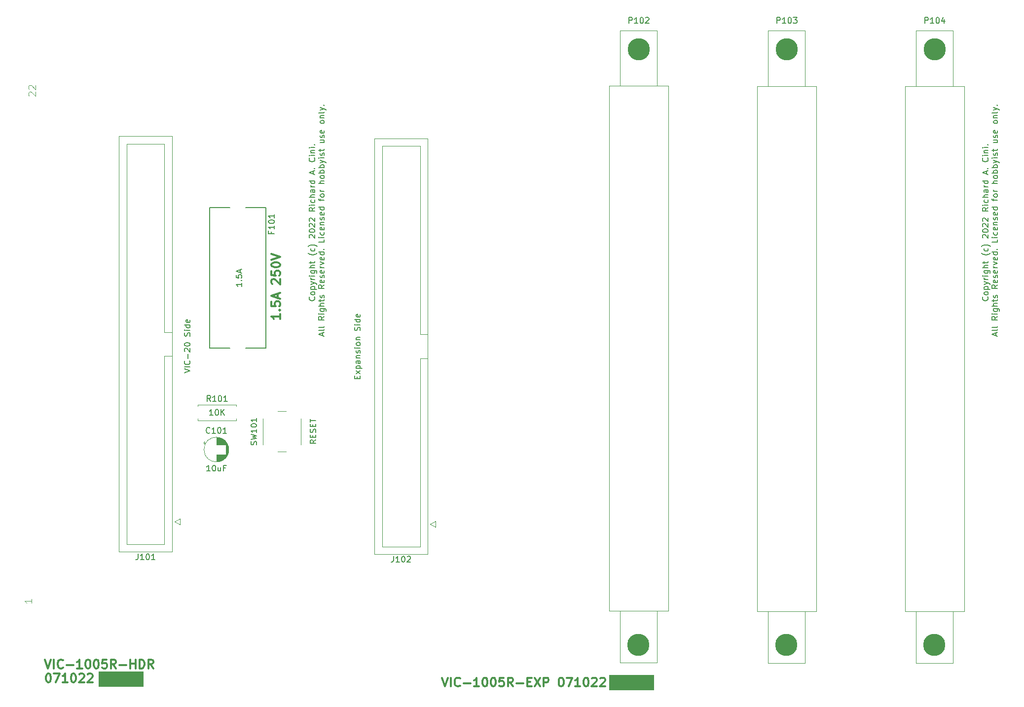
<source format=gbr>
%TF.GenerationSoftware,KiCad,Pcbnew,(6.0.4-0)*%
%TF.CreationDate,2022-07-10T14:03:27-04:00*%
%TF.ProjectId,VIC1005Reloaded-1.0-001,56494331-3030-4355-9265-6c6f61646564,1.0-001*%
%TF.SameCoordinates,Original*%
%TF.FileFunction,Legend,Top*%
%TF.FilePolarity,Positive*%
%FSLAX46Y46*%
G04 Gerber Fmt 4.6, Leading zero omitted, Abs format (unit mm)*
G04 Created by KiCad (PCBNEW (6.0.4-0)) date 2022-07-10 14:03:27*
%MOMM*%
%LPD*%
G01*
G04 APERTURE LIST*
%ADD10C,0.100000*%
%ADD11C,0.150000*%
%ADD12C,0.300000*%
%ADD13C,0.101600*%
%ADD14C,0.127000*%
%ADD15C,0.120000*%
%ADD16C,3.810000*%
G04 APERTURE END LIST*
D10*
G36*
X139700000Y-154305000D02*
G01*
X132080000Y-154305000D01*
X132080000Y-151765000D01*
X139700000Y-151765000D01*
X139700000Y-154305000D01*
G37*
X139700000Y-154305000D02*
X132080000Y-154305000D01*
X132080000Y-151765000D01*
X139700000Y-151765000D01*
X139700000Y-154305000D01*
D11*
X197037142Y-86826666D02*
X197084761Y-86874285D01*
X197132380Y-87017142D01*
X197132380Y-87112380D01*
X197084761Y-87255238D01*
X196989523Y-87350476D01*
X196894285Y-87398095D01*
X196703809Y-87445714D01*
X196560952Y-87445714D01*
X196370476Y-87398095D01*
X196275238Y-87350476D01*
X196180000Y-87255238D01*
X196132380Y-87112380D01*
X196132380Y-87017142D01*
X196180000Y-86874285D01*
X196227619Y-86826666D01*
X197132380Y-86255238D02*
X197084761Y-86350476D01*
X197037142Y-86398095D01*
X196941904Y-86445714D01*
X196656190Y-86445714D01*
X196560952Y-86398095D01*
X196513333Y-86350476D01*
X196465714Y-86255238D01*
X196465714Y-86112380D01*
X196513333Y-86017142D01*
X196560952Y-85969523D01*
X196656190Y-85921904D01*
X196941904Y-85921904D01*
X197037142Y-85969523D01*
X197084761Y-86017142D01*
X197132380Y-86112380D01*
X197132380Y-86255238D01*
X196465714Y-85493333D02*
X197465714Y-85493333D01*
X196513333Y-85493333D02*
X196465714Y-85398095D01*
X196465714Y-85207619D01*
X196513333Y-85112380D01*
X196560952Y-85064761D01*
X196656190Y-85017142D01*
X196941904Y-85017142D01*
X197037142Y-85064761D01*
X197084761Y-85112380D01*
X197132380Y-85207619D01*
X197132380Y-85398095D01*
X197084761Y-85493333D01*
X196465714Y-84683809D02*
X197132380Y-84445714D01*
X196465714Y-84207619D02*
X197132380Y-84445714D01*
X197370476Y-84540952D01*
X197418095Y-84588571D01*
X197465714Y-84683809D01*
X197132380Y-83826666D02*
X196465714Y-83826666D01*
X196656190Y-83826666D02*
X196560952Y-83779047D01*
X196513333Y-83731428D01*
X196465714Y-83636190D01*
X196465714Y-83540952D01*
X197132380Y-83207619D02*
X196465714Y-83207619D01*
X196132380Y-83207619D02*
X196180000Y-83255238D01*
X196227619Y-83207619D01*
X196180000Y-83160000D01*
X196132380Y-83207619D01*
X196227619Y-83207619D01*
X196465714Y-82302857D02*
X197275238Y-82302857D01*
X197370476Y-82350476D01*
X197418095Y-82398095D01*
X197465714Y-82493333D01*
X197465714Y-82636190D01*
X197418095Y-82731428D01*
X197084761Y-82302857D02*
X197132380Y-82398095D01*
X197132380Y-82588571D01*
X197084761Y-82683809D01*
X197037142Y-82731428D01*
X196941904Y-82779047D01*
X196656190Y-82779047D01*
X196560952Y-82731428D01*
X196513333Y-82683809D01*
X196465714Y-82588571D01*
X196465714Y-82398095D01*
X196513333Y-82302857D01*
X197132380Y-81826666D02*
X196132380Y-81826666D01*
X197132380Y-81398095D02*
X196608571Y-81398095D01*
X196513333Y-81445714D01*
X196465714Y-81540952D01*
X196465714Y-81683809D01*
X196513333Y-81779047D01*
X196560952Y-81826666D01*
X196465714Y-81064761D02*
X196465714Y-80683809D01*
X196132380Y-80921904D02*
X196989523Y-80921904D01*
X197084761Y-80874285D01*
X197132380Y-80779047D01*
X197132380Y-80683809D01*
X197513333Y-79302857D02*
X197465714Y-79350476D01*
X197322857Y-79445714D01*
X197227619Y-79493333D01*
X197084761Y-79540952D01*
X196846666Y-79588571D01*
X196656190Y-79588571D01*
X196418095Y-79540952D01*
X196275238Y-79493333D01*
X196180000Y-79445714D01*
X196037142Y-79350476D01*
X195989523Y-79302857D01*
X197084761Y-78493333D02*
X197132380Y-78588571D01*
X197132380Y-78779047D01*
X197084761Y-78874285D01*
X197037142Y-78921904D01*
X196941904Y-78969523D01*
X196656190Y-78969523D01*
X196560952Y-78921904D01*
X196513333Y-78874285D01*
X196465714Y-78779047D01*
X196465714Y-78588571D01*
X196513333Y-78493333D01*
X197513333Y-78160000D02*
X197465714Y-78112380D01*
X197322857Y-78017142D01*
X197227619Y-77969523D01*
X197084761Y-77921904D01*
X196846666Y-77874285D01*
X196656190Y-77874285D01*
X196418095Y-77921904D01*
X196275238Y-77969523D01*
X196180000Y-78017142D01*
X196037142Y-78112380D01*
X195989523Y-78160000D01*
X196227619Y-76683809D02*
X196180000Y-76636190D01*
X196132380Y-76540952D01*
X196132380Y-76302857D01*
X196180000Y-76207619D01*
X196227619Y-76160000D01*
X196322857Y-76112380D01*
X196418095Y-76112380D01*
X196560952Y-76160000D01*
X197132380Y-76731428D01*
X197132380Y-76112380D01*
X196132380Y-75493333D02*
X196132380Y-75398095D01*
X196180000Y-75302857D01*
X196227619Y-75255238D01*
X196322857Y-75207619D01*
X196513333Y-75160000D01*
X196751428Y-75160000D01*
X196941904Y-75207619D01*
X197037142Y-75255238D01*
X197084761Y-75302857D01*
X197132380Y-75398095D01*
X197132380Y-75493333D01*
X197084761Y-75588571D01*
X197037142Y-75636190D01*
X196941904Y-75683809D01*
X196751428Y-75731428D01*
X196513333Y-75731428D01*
X196322857Y-75683809D01*
X196227619Y-75636190D01*
X196180000Y-75588571D01*
X196132380Y-75493333D01*
X196227619Y-74779047D02*
X196180000Y-74731428D01*
X196132380Y-74636190D01*
X196132380Y-74398095D01*
X196180000Y-74302857D01*
X196227619Y-74255238D01*
X196322857Y-74207619D01*
X196418095Y-74207619D01*
X196560952Y-74255238D01*
X197132380Y-74826666D01*
X197132380Y-74207619D01*
X196227619Y-73826666D02*
X196180000Y-73779047D01*
X196132380Y-73683809D01*
X196132380Y-73445714D01*
X196180000Y-73350476D01*
X196227619Y-73302857D01*
X196322857Y-73255238D01*
X196418095Y-73255238D01*
X196560952Y-73302857D01*
X197132380Y-73874285D01*
X197132380Y-73255238D01*
X197132380Y-71493333D02*
X196656190Y-71826666D01*
X197132380Y-72064761D02*
X196132380Y-72064761D01*
X196132380Y-71683809D01*
X196180000Y-71588571D01*
X196227619Y-71540952D01*
X196322857Y-71493333D01*
X196465714Y-71493333D01*
X196560952Y-71540952D01*
X196608571Y-71588571D01*
X196656190Y-71683809D01*
X196656190Y-72064761D01*
X197132380Y-71064761D02*
X196465714Y-71064761D01*
X196132380Y-71064761D02*
X196180000Y-71112380D01*
X196227619Y-71064761D01*
X196180000Y-71017142D01*
X196132380Y-71064761D01*
X196227619Y-71064761D01*
X197084761Y-70160000D02*
X197132380Y-70255238D01*
X197132380Y-70445714D01*
X197084761Y-70540952D01*
X197037142Y-70588571D01*
X196941904Y-70636190D01*
X196656190Y-70636190D01*
X196560952Y-70588571D01*
X196513333Y-70540952D01*
X196465714Y-70445714D01*
X196465714Y-70255238D01*
X196513333Y-70160000D01*
X197132380Y-69731428D02*
X196132380Y-69731428D01*
X197132380Y-69302857D02*
X196608571Y-69302857D01*
X196513333Y-69350476D01*
X196465714Y-69445714D01*
X196465714Y-69588571D01*
X196513333Y-69683809D01*
X196560952Y-69731428D01*
X197132380Y-68398095D02*
X196608571Y-68398095D01*
X196513333Y-68445714D01*
X196465714Y-68540952D01*
X196465714Y-68731428D01*
X196513333Y-68826666D01*
X197084761Y-68398095D02*
X197132380Y-68493333D01*
X197132380Y-68731428D01*
X197084761Y-68826666D01*
X196989523Y-68874285D01*
X196894285Y-68874285D01*
X196799047Y-68826666D01*
X196751428Y-68731428D01*
X196751428Y-68493333D01*
X196703809Y-68398095D01*
X197132380Y-67921904D02*
X196465714Y-67921904D01*
X196656190Y-67921904D02*
X196560952Y-67874285D01*
X196513333Y-67826666D01*
X196465714Y-67731428D01*
X196465714Y-67636190D01*
X197132380Y-66874285D02*
X196132380Y-66874285D01*
X197084761Y-66874285D02*
X197132380Y-66969523D01*
X197132380Y-67160000D01*
X197084761Y-67255238D01*
X197037142Y-67302857D01*
X196941904Y-67350476D01*
X196656190Y-67350476D01*
X196560952Y-67302857D01*
X196513333Y-67255238D01*
X196465714Y-67160000D01*
X196465714Y-66969523D01*
X196513333Y-66874285D01*
X196846666Y-65683809D02*
X196846666Y-65207619D01*
X197132380Y-65779047D02*
X196132380Y-65445714D01*
X197132380Y-65112380D01*
X197037142Y-64779047D02*
X197084761Y-64731428D01*
X197132380Y-64779047D01*
X197084761Y-64826666D01*
X197037142Y-64779047D01*
X197132380Y-64779047D01*
X197037142Y-62969523D02*
X197084761Y-63017142D01*
X197132380Y-63160000D01*
X197132380Y-63255238D01*
X197084761Y-63398095D01*
X196989523Y-63493333D01*
X196894285Y-63540952D01*
X196703809Y-63588571D01*
X196560952Y-63588571D01*
X196370476Y-63540952D01*
X196275238Y-63493333D01*
X196180000Y-63398095D01*
X196132380Y-63255238D01*
X196132380Y-63160000D01*
X196180000Y-63017142D01*
X196227619Y-62969523D01*
X197132380Y-62540952D02*
X196465714Y-62540952D01*
X196132380Y-62540952D02*
X196180000Y-62588571D01*
X196227619Y-62540952D01*
X196180000Y-62493333D01*
X196132380Y-62540952D01*
X196227619Y-62540952D01*
X196465714Y-62064761D02*
X197132380Y-62064761D01*
X196560952Y-62064761D02*
X196513333Y-62017142D01*
X196465714Y-61921904D01*
X196465714Y-61779047D01*
X196513333Y-61683809D01*
X196608571Y-61636190D01*
X197132380Y-61636190D01*
X197132380Y-61160000D02*
X196465714Y-61160000D01*
X196132380Y-61160000D02*
X196180000Y-61207619D01*
X196227619Y-61160000D01*
X196180000Y-61112380D01*
X196132380Y-61160000D01*
X196227619Y-61160000D01*
X197037142Y-60683809D02*
X197084761Y-60636190D01*
X197132380Y-60683809D01*
X197084761Y-60731428D01*
X197037142Y-60683809D01*
X197132380Y-60683809D01*
X198456666Y-93469523D02*
X198456666Y-92993333D01*
X198742380Y-93564761D02*
X197742380Y-93231428D01*
X198742380Y-92898095D01*
X198742380Y-92421904D02*
X198694761Y-92517142D01*
X198599523Y-92564761D01*
X197742380Y-92564761D01*
X198742380Y-91898095D02*
X198694761Y-91993333D01*
X198599523Y-92040952D01*
X197742380Y-92040952D01*
X198742380Y-90183809D02*
X198266190Y-90517142D01*
X198742380Y-90755238D02*
X197742380Y-90755238D01*
X197742380Y-90374285D01*
X197790000Y-90279047D01*
X197837619Y-90231428D01*
X197932857Y-90183809D01*
X198075714Y-90183809D01*
X198170952Y-90231428D01*
X198218571Y-90279047D01*
X198266190Y-90374285D01*
X198266190Y-90755238D01*
X198742380Y-89755238D02*
X198075714Y-89755238D01*
X197742380Y-89755238D02*
X197790000Y-89802857D01*
X197837619Y-89755238D01*
X197790000Y-89707619D01*
X197742380Y-89755238D01*
X197837619Y-89755238D01*
X198075714Y-88850476D02*
X198885238Y-88850476D01*
X198980476Y-88898095D01*
X199028095Y-88945714D01*
X199075714Y-89040952D01*
X199075714Y-89183809D01*
X199028095Y-89279047D01*
X198694761Y-88850476D02*
X198742380Y-88945714D01*
X198742380Y-89136190D01*
X198694761Y-89231428D01*
X198647142Y-89279047D01*
X198551904Y-89326666D01*
X198266190Y-89326666D01*
X198170952Y-89279047D01*
X198123333Y-89231428D01*
X198075714Y-89136190D01*
X198075714Y-88945714D01*
X198123333Y-88850476D01*
X198742380Y-88374285D02*
X197742380Y-88374285D01*
X198742380Y-87945714D02*
X198218571Y-87945714D01*
X198123333Y-87993333D01*
X198075714Y-88088571D01*
X198075714Y-88231428D01*
X198123333Y-88326666D01*
X198170952Y-88374285D01*
X198075714Y-87612380D02*
X198075714Y-87231428D01*
X197742380Y-87469523D02*
X198599523Y-87469523D01*
X198694761Y-87421904D01*
X198742380Y-87326666D01*
X198742380Y-87231428D01*
X198694761Y-86945714D02*
X198742380Y-86850476D01*
X198742380Y-86660000D01*
X198694761Y-86564761D01*
X198599523Y-86517142D01*
X198551904Y-86517142D01*
X198456666Y-86564761D01*
X198409047Y-86660000D01*
X198409047Y-86802857D01*
X198361428Y-86898095D01*
X198266190Y-86945714D01*
X198218571Y-86945714D01*
X198123333Y-86898095D01*
X198075714Y-86802857D01*
X198075714Y-86660000D01*
X198123333Y-86564761D01*
X198742380Y-84755238D02*
X198266190Y-85088571D01*
X198742380Y-85326666D02*
X197742380Y-85326666D01*
X197742380Y-84945714D01*
X197790000Y-84850476D01*
X197837619Y-84802857D01*
X197932857Y-84755238D01*
X198075714Y-84755238D01*
X198170952Y-84802857D01*
X198218571Y-84850476D01*
X198266190Y-84945714D01*
X198266190Y-85326666D01*
X198694761Y-83945714D02*
X198742380Y-84040952D01*
X198742380Y-84231428D01*
X198694761Y-84326666D01*
X198599523Y-84374285D01*
X198218571Y-84374285D01*
X198123333Y-84326666D01*
X198075714Y-84231428D01*
X198075714Y-84040952D01*
X198123333Y-83945714D01*
X198218571Y-83898095D01*
X198313809Y-83898095D01*
X198409047Y-84374285D01*
X198694761Y-83517142D02*
X198742380Y-83421904D01*
X198742380Y-83231428D01*
X198694761Y-83136190D01*
X198599523Y-83088571D01*
X198551904Y-83088571D01*
X198456666Y-83136190D01*
X198409047Y-83231428D01*
X198409047Y-83374285D01*
X198361428Y-83469523D01*
X198266190Y-83517142D01*
X198218571Y-83517142D01*
X198123333Y-83469523D01*
X198075714Y-83374285D01*
X198075714Y-83231428D01*
X198123333Y-83136190D01*
X198694761Y-82279047D02*
X198742380Y-82374285D01*
X198742380Y-82564761D01*
X198694761Y-82660000D01*
X198599523Y-82707619D01*
X198218571Y-82707619D01*
X198123333Y-82660000D01*
X198075714Y-82564761D01*
X198075714Y-82374285D01*
X198123333Y-82279047D01*
X198218571Y-82231428D01*
X198313809Y-82231428D01*
X198409047Y-82707619D01*
X198742380Y-81802857D02*
X198075714Y-81802857D01*
X198266190Y-81802857D02*
X198170952Y-81755238D01*
X198123333Y-81707619D01*
X198075714Y-81612380D01*
X198075714Y-81517142D01*
X198075714Y-81279047D02*
X198742380Y-81040952D01*
X198075714Y-80802857D01*
X198694761Y-80040952D02*
X198742380Y-80136190D01*
X198742380Y-80326666D01*
X198694761Y-80421904D01*
X198599523Y-80469523D01*
X198218571Y-80469523D01*
X198123333Y-80421904D01*
X198075714Y-80326666D01*
X198075714Y-80136190D01*
X198123333Y-80040952D01*
X198218571Y-79993333D01*
X198313809Y-79993333D01*
X198409047Y-80469523D01*
X198742380Y-79136190D02*
X197742380Y-79136190D01*
X198694761Y-79136190D02*
X198742380Y-79231428D01*
X198742380Y-79421904D01*
X198694761Y-79517142D01*
X198647142Y-79564761D01*
X198551904Y-79612380D01*
X198266190Y-79612380D01*
X198170952Y-79564761D01*
X198123333Y-79517142D01*
X198075714Y-79421904D01*
X198075714Y-79231428D01*
X198123333Y-79136190D01*
X198647142Y-78660000D02*
X198694761Y-78612380D01*
X198742380Y-78660000D01*
X198694761Y-78707619D01*
X198647142Y-78660000D01*
X198742380Y-78660000D01*
X198742380Y-76945714D02*
X198742380Y-77421904D01*
X197742380Y-77421904D01*
X198742380Y-76612380D02*
X198075714Y-76612380D01*
X197742380Y-76612380D02*
X197790000Y-76660000D01*
X197837619Y-76612380D01*
X197790000Y-76564761D01*
X197742380Y-76612380D01*
X197837619Y-76612380D01*
X198694761Y-75707619D02*
X198742380Y-75802857D01*
X198742380Y-75993333D01*
X198694761Y-76088571D01*
X198647142Y-76136190D01*
X198551904Y-76183809D01*
X198266190Y-76183809D01*
X198170952Y-76136190D01*
X198123333Y-76088571D01*
X198075714Y-75993333D01*
X198075714Y-75802857D01*
X198123333Y-75707619D01*
X198694761Y-74898095D02*
X198742380Y-74993333D01*
X198742380Y-75183809D01*
X198694761Y-75279047D01*
X198599523Y-75326666D01*
X198218571Y-75326666D01*
X198123333Y-75279047D01*
X198075714Y-75183809D01*
X198075714Y-74993333D01*
X198123333Y-74898095D01*
X198218571Y-74850476D01*
X198313809Y-74850476D01*
X198409047Y-75326666D01*
X198075714Y-74421904D02*
X198742380Y-74421904D01*
X198170952Y-74421904D02*
X198123333Y-74374285D01*
X198075714Y-74279047D01*
X198075714Y-74136190D01*
X198123333Y-74040952D01*
X198218571Y-73993333D01*
X198742380Y-73993333D01*
X198694761Y-73564761D02*
X198742380Y-73469523D01*
X198742380Y-73279047D01*
X198694761Y-73183809D01*
X198599523Y-73136190D01*
X198551904Y-73136190D01*
X198456666Y-73183809D01*
X198409047Y-73279047D01*
X198409047Y-73421904D01*
X198361428Y-73517142D01*
X198266190Y-73564761D01*
X198218571Y-73564761D01*
X198123333Y-73517142D01*
X198075714Y-73421904D01*
X198075714Y-73279047D01*
X198123333Y-73183809D01*
X198694761Y-72326666D02*
X198742380Y-72421904D01*
X198742380Y-72612380D01*
X198694761Y-72707619D01*
X198599523Y-72755238D01*
X198218571Y-72755238D01*
X198123333Y-72707619D01*
X198075714Y-72612380D01*
X198075714Y-72421904D01*
X198123333Y-72326666D01*
X198218571Y-72279047D01*
X198313809Y-72279047D01*
X198409047Y-72755238D01*
X198742380Y-71421904D02*
X197742380Y-71421904D01*
X198694761Y-71421904D02*
X198742380Y-71517142D01*
X198742380Y-71707619D01*
X198694761Y-71802857D01*
X198647142Y-71850476D01*
X198551904Y-71898095D01*
X198266190Y-71898095D01*
X198170952Y-71850476D01*
X198123333Y-71802857D01*
X198075714Y-71707619D01*
X198075714Y-71517142D01*
X198123333Y-71421904D01*
X198075714Y-70326666D02*
X198075714Y-69945714D01*
X198742380Y-70183809D02*
X197885238Y-70183809D01*
X197790000Y-70136190D01*
X197742380Y-70040952D01*
X197742380Y-69945714D01*
X198742380Y-69469523D02*
X198694761Y-69564761D01*
X198647142Y-69612380D01*
X198551904Y-69660000D01*
X198266190Y-69660000D01*
X198170952Y-69612380D01*
X198123333Y-69564761D01*
X198075714Y-69469523D01*
X198075714Y-69326666D01*
X198123333Y-69231428D01*
X198170952Y-69183809D01*
X198266190Y-69136190D01*
X198551904Y-69136190D01*
X198647142Y-69183809D01*
X198694761Y-69231428D01*
X198742380Y-69326666D01*
X198742380Y-69469523D01*
X198742380Y-68707619D02*
X198075714Y-68707619D01*
X198266190Y-68707619D02*
X198170952Y-68660000D01*
X198123333Y-68612380D01*
X198075714Y-68517142D01*
X198075714Y-68421904D01*
X198742380Y-67326666D02*
X197742380Y-67326666D01*
X198742380Y-66898095D02*
X198218571Y-66898095D01*
X198123333Y-66945714D01*
X198075714Y-67040952D01*
X198075714Y-67183809D01*
X198123333Y-67279047D01*
X198170952Y-67326666D01*
X198742380Y-66279047D02*
X198694761Y-66374285D01*
X198647142Y-66421904D01*
X198551904Y-66469523D01*
X198266190Y-66469523D01*
X198170952Y-66421904D01*
X198123333Y-66374285D01*
X198075714Y-66279047D01*
X198075714Y-66136190D01*
X198123333Y-66040952D01*
X198170952Y-65993333D01*
X198266190Y-65945714D01*
X198551904Y-65945714D01*
X198647142Y-65993333D01*
X198694761Y-66040952D01*
X198742380Y-66136190D01*
X198742380Y-66279047D01*
X198742380Y-65517142D02*
X197742380Y-65517142D01*
X198123333Y-65517142D02*
X198075714Y-65421904D01*
X198075714Y-65231428D01*
X198123333Y-65136190D01*
X198170952Y-65088571D01*
X198266190Y-65040952D01*
X198551904Y-65040952D01*
X198647142Y-65088571D01*
X198694761Y-65136190D01*
X198742380Y-65231428D01*
X198742380Y-65421904D01*
X198694761Y-65517142D01*
X198742380Y-64612380D02*
X197742380Y-64612380D01*
X198123333Y-64612380D02*
X198075714Y-64517142D01*
X198075714Y-64326666D01*
X198123333Y-64231428D01*
X198170952Y-64183809D01*
X198266190Y-64136190D01*
X198551904Y-64136190D01*
X198647142Y-64183809D01*
X198694761Y-64231428D01*
X198742380Y-64326666D01*
X198742380Y-64517142D01*
X198694761Y-64612380D01*
X198075714Y-63802857D02*
X198742380Y-63564761D01*
X198075714Y-63326666D02*
X198742380Y-63564761D01*
X198980476Y-63660000D01*
X199028095Y-63707619D01*
X199075714Y-63802857D01*
X198742380Y-62945714D02*
X198075714Y-62945714D01*
X197742380Y-62945714D02*
X197790000Y-62993333D01*
X197837619Y-62945714D01*
X197790000Y-62898095D01*
X197742380Y-62945714D01*
X197837619Y-62945714D01*
X198694761Y-62517142D02*
X198742380Y-62421904D01*
X198742380Y-62231428D01*
X198694761Y-62136190D01*
X198599523Y-62088571D01*
X198551904Y-62088571D01*
X198456666Y-62136190D01*
X198409047Y-62231428D01*
X198409047Y-62374285D01*
X198361428Y-62469523D01*
X198266190Y-62517142D01*
X198218571Y-62517142D01*
X198123333Y-62469523D01*
X198075714Y-62374285D01*
X198075714Y-62231428D01*
X198123333Y-62136190D01*
X198075714Y-61802857D02*
X198075714Y-61421904D01*
X197742380Y-61660000D02*
X198599523Y-61660000D01*
X198694761Y-61612380D01*
X198742380Y-61517142D01*
X198742380Y-61421904D01*
X198075714Y-59898095D02*
X198742380Y-59898095D01*
X198075714Y-60326666D02*
X198599523Y-60326666D01*
X198694761Y-60279047D01*
X198742380Y-60183809D01*
X198742380Y-60040952D01*
X198694761Y-59945714D01*
X198647142Y-59898095D01*
X198694761Y-59469523D02*
X198742380Y-59374285D01*
X198742380Y-59183809D01*
X198694761Y-59088571D01*
X198599523Y-59040952D01*
X198551904Y-59040952D01*
X198456666Y-59088571D01*
X198409047Y-59183809D01*
X198409047Y-59326666D01*
X198361428Y-59421904D01*
X198266190Y-59469523D01*
X198218571Y-59469523D01*
X198123333Y-59421904D01*
X198075714Y-59326666D01*
X198075714Y-59183809D01*
X198123333Y-59088571D01*
X198694761Y-58231428D02*
X198742380Y-58326666D01*
X198742380Y-58517142D01*
X198694761Y-58612380D01*
X198599523Y-58660000D01*
X198218571Y-58660000D01*
X198123333Y-58612380D01*
X198075714Y-58517142D01*
X198075714Y-58326666D01*
X198123333Y-58231428D01*
X198218571Y-58183809D01*
X198313809Y-58183809D01*
X198409047Y-58660000D01*
X198742380Y-56850476D02*
X198694761Y-56945714D01*
X198647142Y-56993333D01*
X198551904Y-57040952D01*
X198266190Y-57040952D01*
X198170952Y-56993333D01*
X198123333Y-56945714D01*
X198075714Y-56850476D01*
X198075714Y-56707619D01*
X198123333Y-56612380D01*
X198170952Y-56564761D01*
X198266190Y-56517142D01*
X198551904Y-56517142D01*
X198647142Y-56564761D01*
X198694761Y-56612380D01*
X198742380Y-56707619D01*
X198742380Y-56850476D01*
X198075714Y-56088571D02*
X198742380Y-56088571D01*
X198170952Y-56088571D02*
X198123333Y-56040952D01*
X198075714Y-55945714D01*
X198075714Y-55802857D01*
X198123333Y-55707619D01*
X198218571Y-55660000D01*
X198742380Y-55660000D01*
X198742380Y-55040952D02*
X198694761Y-55136190D01*
X198599523Y-55183809D01*
X197742380Y-55183809D01*
X198075714Y-54755238D02*
X198742380Y-54517142D01*
X198075714Y-54279047D02*
X198742380Y-54517142D01*
X198980476Y-54612380D01*
X199028095Y-54660000D01*
X199075714Y-54755238D01*
X198647142Y-53898095D02*
X198694761Y-53850476D01*
X198742380Y-53898095D01*
X198694761Y-53945714D01*
X198647142Y-53898095D01*
X198742380Y-53898095D01*
X81467142Y-86826666D02*
X81514761Y-86874285D01*
X81562380Y-87017142D01*
X81562380Y-87112380D01*
X81514761Y-87255238D01*
X81419523Y-87350476D01*
X81324285Y-87398095D01*
X81133809Y-87445714D01*
X80990952Y-87445714D01*
X80800476Y-87398095D01*
X80705238Y-87350476D01*
X80610000Y-87255238D01*
X80562380Y-87112380D01*
X80562380Y-87017142D01*
X80610000Y-86874285D01*
X80657619Y-86826666D01*
X81562380Y-86255238D02*
X81514761Y-86350476D01*
X81467142Y-86398095D01*
X81371904Y-86445714D01*
X81086190Y-86445714D01*
X80990952Y-86398095D01*
X80943333Y-86350476D01*
X80895714Y-86255238D01*
X80895714Y-86112380D01*
X80943333Y-86017142D01*
X80990952Y-85969523D01*
X81086190Y-85921904D01*
X81371904Y-85921904D01*
X81467142Y-85969523D01*
X81514761Y-86017142D01*
X81562380Y-86112380D01*
X81562380Y-86255238D01*
X80895714Y-85493333D02*
X81895714Y-85493333D01*
X80943333Y-85493333D02*
X80895714Y-85398095D01*
X80895714Y-85207619D01*
X80943333Y-85112380D01*
X80990952Y-85064761D01*
X81086190Y-85017142D01*
X81371904Y-85017142D01*
X81467142Y-85064761D01*
X81514761Y-85112380D01*
X81562380Y-85207619D01*
X81562380Y-85398095D01*
X81514761Y-85493333D01*
X80895714Y-84683809D02*
X81562380Y-84445714D01*
X80895714Y-84207619D02*
X81562380Y-84445714D01*
X81800476Y-84540952D01*
X81848095Y-84588571D01*
X81895714Y-84683809D01*
X81562380Y-83826666D02*
X80895714Y-83826666D01*
X81086190Y-83826666D02*
X80990952Y-83779047D01*
X80943333Y-83731428D01*
X80895714Y-83636190D01*
X80895714Y-83540952D01*
X81562380Y-83207619D02*
X80895714Y-83207619D01*
X80562380Y-83207619D02*
X80610000Y-83255238D01*
X80657619Y-83207619D01*
X80610000Y-83160000D01*
X80562380Y-83207619D01*
X80657619Y-83207619D01*
X80895714Y-82302857D02*
X81705238Y-82302857D01*
X81800476Y-82350476D01*
X81848095Y-82398095D01*
X81895714Y-82493333D01*
X81895714Y-82636190D01*
X81848095Y-82731428D01*
X81514761Y-82302857D02*
X81562380Y-82398095D01*
X81562380Y-82588571D01*
X81514761Y-82683809D01*
X81467142Y-82731428D01*
X81371904Y-82779047D01*
X81086190Y-82779047D01*
X80990952Y-82731428D01*
X80943333Y-82683809D01*
X80895714Y-82588571D01*
X80895714Y-82398095D01*
X80943333Y-82302857D01*
X81562380Y-81826666D02*
X80562380Y-81826666D01*
X81562380Y-81398095D02*
X81038571Y-81398095D01*
X80943333Y-81445714D01*
X80895714Y-81540952D01*
X80895714Y-81683809D01*
X80943333Y-81779047D01*
X80990952Y-81826666D01*
X80895714Y-81064761D02*
X80895714Y-80683809D01*
X80562380Y-80921904D02*
X81419523Y-80921904D01*
X81514761Y-80874285D01*
X81562380Y-80779047D01*
X81562380Y-80683809D01*
X81943333Y-79302857D02*
X81895714Y-79350476D01*
X81752857Y-79445714D01*
X81657619Y-79493333D01*
X81514761Y-79540952D01*
X81276666Y-79588571D01*
X81086190Y-79588571D01*
X80848095Y-79540952D01*
X80705238Y-79493333D01*
X80610000Y-79445714D01*
X80467142Y-79350476D01*
X80419523Y-79302857D01*
X81514761Y-78493333D02*
X81562380Y-78588571D01*
X81562380Y-78779047D01*
X81514761Y-78874285D01*
X81467142Y-78921904D01*
X81371904Y-78969523D01*
X81086190Y-78969523D01*
X80990952Y-78921904D01*
X80943333Y-78874285D01*
X80895714Y-78779047D01*
X80895714Y-78588571D01*
X80943333Y-78493333D01*
X81943333Y-78160000D02*
X81895714Y-78112380D01*
X81752857Y-78017142D01*
X81657619Y-77969523D01*
X81514761Y-77921904D01*
X81276666Y-77874285D01*
X81086190Y-77874285D01*
X80848095Y-77921904D01*
X80705238Y-77969523D01*
X80610000Y-78017142D01*
X80467142Y-78112380D01*
X80419523Y-78160000D01*
X80657619Y-76683809D02*
X80610000Y-76636190D01*
X80562380Y-76540952D01*
X80562380Y-76302857D01*
X80610000Y-76207619D01*
X80657619Y-76160000D01*
X80752857Y-76112380D01*
X80848095Y-76112380D01*
X80990952Y-76160000D01*
X81562380Y-76731428D01*
X81562380Y-76112380D01*
X80562380Y-75493333D02*
X80562380Y-75398095D01*
X80610000Y-75302857D01*
X80657619Y-75255238D01*
X80752857Y-75207619D01*
X80943333Y-75160000D01*
X81181428Y-75160000D01*
X81371904Y-75207619D01*
X81467142Y-75255238D01*
X81514761Y-75302857D01*
X81562380Y-75398095D01*
X81562380Y-75493333D01*
X81514761Y-75588571D01*
X81467142Y-75636190D01*
X81371904Y-75683809D01*
X81181428Y-75731428D01*
X80943333Y-75731428D01*
X80752857Y-75683809D01*
X80657619Y-75636190D01*
X80610000Y-75588571D01*
X80562380Y-75493333D01*
X80657619Y-74779047D02*
X80610000Y-74731428D01*
X80562380Y-74636190D01*
X80562380Y-74398095D01*
X80610000Y-74302857D01*
X80657619Y-74255238D01*
X80752857Y-74207619D01*
X80848095Y-74207619D01*
X80990952Y-74255238D01*
X81562380Y-74826666D01*
X81562380Y-74207619D01*
X80657619Y-73826666D02*
X80610000Y-73779047D01*
X80562380Y-73683809D01*
X80562380Y-73445714D01*
X80610000Y-73350476D01*
X80657619Y-73302857D01*
X80752857Y-73255238D01*
X80848095Y-73255238D01*
X80990952Y-73302857D01*
X81562380Y-73874285D01*
X81562380Y-73255238D01*
X81562380Y-71493333D02*
X81086190Y-71826666D01*
X81562380Y-72064761D02*
X80562380Y-72064761D01*
X80562380Y-71683809D01*
X80610000Y-71588571D01*
X80657619Y-71540952D01*
X80752857Y-71493333D01*
X80895714Y-71493333D01*
X80990952Y-71540952D01*
X81038571Y-71588571D01*
X81086190Y-71683809D01*
X81086190Y-72064761D01*
X81562380Y-71064761D02*
X80895714Y-71064761D01*
X80562380Y-71064761D02*
X80610000Y-71112380D01*
X80657619Y-71064761D01*
X80610000Y-71017142D01*
X80562380Y-71064761D01*
X80657619Y-71064761D01*
X81514761Y-70160000D02*
X81562380Y-70255238D01*
X81562380Y-70445714D01*
X81514761Y-70540952D01*
X81467142Y-70588571D01*
X81371904Y-70636190D01*
X81086190Y-70636190D01*
X80990952Y-70588571D01*
X80943333Y-70540952D01*
X80895714Y-70445714D01*
X80895714Y-70255238D01*
X80943333Y-70160000D01*
X81562380Y-69731428D02*
X80562380Y-69731428D01*
X81562380Y-69302857D02*
X81038571Y-69302857D01*
X80943333Y-69350476D01*
X80895714Y-69445714D01*
X80895714Y-69588571D01*
X80943333Y-69683809D01*
X80990952Y-69731428D01*
X81562380Y-68398095D02*
X81038571Y-68398095D01*
X80943333Y-68445714D01*
X80895714Y-68540952D01*
X80895714Y-68731428D01*
X80943333Y-68826666D01*
X81514761Y-68398095D02*
X81562380Y-68493333D01*
X81562380Y-68731428D01*
X81514761Y-68826666D01*
X81419523Y-68874285D01*
X81324285Y-68874285D01*
X81229047Y-68826666D01*
X81181428Y-68731428D01*
X81181428Y-68493333D01*
X81133809Y-68398095D01*
X81562380Y-67921904D02*
X80895714Y-67921904D01*
X81086190Y-67921904D02*
X80990952Y-67874285D01*
X80943333Y-67826666D01*
X80895714Y-67731428D01*
X80895714Y-67636190D01*
X81562380Y-66874285D02*
X80562380Y-66874285D01*
X81514761Y-66874285D02*
X81562380Y-66969523D01*
X81562380Y-67160000D01*
X81514761Y-67255238D01*
X81467142Y-67302857D01*
X81371904Y-67350476D01*
X81086190Y-67350476D01*
X80990952Y-67302857D01*
X80943333Y-67255238D01*
X80895714Y-67160000D01*
X80895714Y-66969523D01*
X80943333Y-66874285D01*
X81276666Y-65683809D02*
X81276666Y-65207619D01*
X81562380Y-65779047D02*
X80562380Y-65445714D01*
X81562380Y-65112380D01*
X81467142Y-64779047D02*
X81514761Y-64731428D01*
X81562380Y-64779047D01*
X81514761Y-64826666D01*
X81467142Y-64779047D01*
X81562380Y-64779047D01*
X81467142Y-62969523D02*
X81514761Y-63017142D01*
X81562380Y-63160000D01*
X81562380Y-63255238D01*
X81514761Y-63398095D01*
X81419523Y-63493333D01*
X81324285Y-63540952D01*
X81133809Y-63588571D01*
X80990952Y-63588571D01*
X80800476Y-63540952D01*
X80705238Y-63493333D01*
X80610000Y-63398095D01*
X80562380Y-63255238D01*
X80562380Y-63160000D01*
X80610000Y-63017142D01*
X80657619Y-62969523D01*
X81562380Y-62540952D02*
X80895714Y-62540952D01*
X80562380Y-62540952D02*
X80610000Y-62588571D01*
X80657619Y-62540952D01*
X80610000Y-62493333D01*
X80562380Y-62540952D01*
X80657619Y-62540952D01*
X80895714Y-62064761D02*
X81562380Y-62064761D01*
X80990952Y-62064761D02*
X80943333Y-62017142D01*
X80895714Y-61921904D01*
X80895714Y-61779047D01*
X80943333Y-61683809D01*
X81038571Y-61636190D01*
X81562380Y-61636190D01*
X81562380Y-61160000D02*
X80895714Y-61160000D01*
X80562380Y-61160000D02*
X80610000Y-61207619D01*
X80657619Y-61160000D01*
X80610000Y-61112380D01*
X80562380Y-61160000D01*
X80657619Y-61160000D01*
X81467142Y-60683809D02*
X81514761Y-60636190D01*
X81562380Y-60683809D01*
X81514761Y-60731428D01*
X81467142Y-60683809D01*
X81562380Y-60683809D01*
X82886666Y-93469523D02*
X82886666Y-92993333D01*
X83172380Y-93564761D02*
X82172380Y-93231428D01*
X83172380Y-92898095D01*
X83172380Y-92421904D02*
X83124761Y-92517142D01*
X83029523Y-92564761D01*
X82172380Y-92564761D01*
X83172380Y-91898095D02*
X83124761Y-91993333D01*
X83029523Y-92040952D01*
X82172380Y-92040952D01*
X83172380Y-90183809D02*
X82696190Y-90517142D01*
X83172380Y-90755238D02*
X82172380Y-90755238D01*
X82172380Y-90374285D01*
X82220000Y-90279047D01*
X82267619Y-90231428D01*
X82362857Y-90183809D01*
X82505714Y-90183809D01*
X82600952Y-90231428D01*
X82648571Y-90279047D01*
X82696190Y-90374285D01*
X82696190Y-90755238D01*
X83172380Y-89755238D02*
X82505714Y-89755238D01*
X82172380Y-89755238D02*
X82220000Y-89802857D01*
X82267619Y-89755238D01*
X82220000Y-89707619D01*
X82172380Y-89755238D01*
X82267619Y-89755238D01*
X82505714Y-88850476D02*
X83315238Y-88850476D01*
X83410476Y-88898095D01*
X83458095Y-88945714D01*
X83505714Y-89040952D01*
X83505714Y-89183809D01*
X83458095Y-89279047D01*
X83124761Y-88850476D02*
X83172380Y-88945714D01*
X83172380Y-89136190D01*
X83124761Y-89231428D01*
X83077142Y-89279047D01*
X82981904Y-89326666D01*
X82696190Y-89326666D01*
X82600952Y-89279047D01*
X82553333Y-89231428D01*
X82505714Y-89136190D01*
X82505714Y-88945714D01*
X82553333Y-88850476D01*
X83172380Y-88374285D02*
X82172380Y-88374285D01*
X83172380Y-87945714D02*
X82648571Y-87945714D01*
X82553333Y-87993333D01*
X82505714Y-88088571D01*
X82505714Y-88231428D01*
X82553333Y-88326666D01*
X82600952Y-88374285D01*
X82505714Y-87612380D02*
X82505714Y-87231428D01*
X82172380Y-87469523D02*
X83029523Y-87469523D01*
X83124761Y-87421904D01*
X83172380Y-87326666D01*
X83172380Y-87231428D01*
X83124761Y-86945714D02*
X83172380Y-86850476D01*
X83172380Y-86660000D01*
X83124761Y-86564761D01*
X83029523Y-86517142D01*
X82981904Y-86517142D01*
X82886666Y-86564761D01*
X82839047Y-86660000D01*
X82839047Y-86802857D01*
X82791428Y-86898095D01*
X82696190Y-86945714D01*
X82648571Y-86945714D01*
X82553333Y-86898095D01*
X82505714Y-86802857D01*
X82505714Y-86660000D01*
X82553333Y-86564761D01*
X83172380Y-84755238D02*
X82696190Y-85088571D01*
X83172380Y-85326666D02*
X82172380Y-85326666D01*
X82172380Y-84945714D01*
X82220000Y-84850476D01*
X82267619Y-84802857D01*
X82362857Y-84755238D01*
X82505714Y-84755238D01*
X82600952Y-84802857D01*
X82648571Y-84850476D01*
X82696190Y-84945714D01*
X82696190Y-85326666D01*
X83124761Y-83945714D02*
X83172380Y-84040952D01*
X83172380Y-84231428D01*
X83124761Y-84326666D01*
X83029523Y-84374285D01*
X82648571Y-84374285D01*
X82553333Y-84326666D01*
X82505714Y-84231428D01*
X82505714Y-84040952D01*
X82553333Y-83945714D01*
X82648571Y-83898095D01*
X82743809Y-83898095D01*
X82839047Y-84374285D01*
X83124761Y-83517142D02*
X83172380Y-83421904D01*
X83172380Y-83231428D01*
X83124761Y-83136190D01*
X83029523Y-83088571D01*
X82981904Y-83088571D01*
X82886666Y-83136190D01*
X82839047Y-83231428D01*
X82839047Y-83374285D01*
X82791428Y-83469523D01*
X82696190Y-83517142D01*
X82648571Y-83517142D01*
X82553333Y-83469523D01*
X82505714Y-83374285D01*
X82505714Y-83231428D01*
X82553333Y-83136190D01*
X83124761Y-82279047D02*
X83172380Y-82374285D01*
X83172380Y-82564761D01*
X83124761Y-82660000D01*
X83029523Y-82707619D01*
X82648571Y-82707619D01*
X82553333Y-82660000D01*
X82505714Y-82564761D01*
X82505714Y-82374285D01*
X82553333Y-82279047D01*
X82648571Y-82231428D01*
X82743809Y-82231428D01*
X82839047Y-82707619D01*
X83172380Y-81802857D02*
X82505714Y-81802857D01*
X82696190Y-81802857D02*
X82600952Y-81755238D01*
X82553333Y-81707619D01*
X82505714Y-81612380D01*
X82505714Y-81517142D01*
X82505714Y-81279047D02*
X83172380Y-81040952D01*
X82505714Y-80802857D01*
X83124761Y-80040952D02*
X83172380Y-80136190D01*
X83172380Y-80326666D01*
X83124761Y-80421904D01*
X83029523Y-80469523D01*
X82648571Y-80469523D01*
X82553333Y-80421904D01*
X82505714Y-80326666D01*
X82505714Y-80136190D01*
X82553333Y-80040952D01*
X82648571Y-79993333D01*
X82743809Y-79993333D01*
X82839047Y-80469523D01*
X83172380Y-79136190D02*
X82172380Y-79136190D01*
X83124761Y-79136190D02*
X83172380Y-79231428D01*
X83172380Y-79421904D01*
X83124761Y-79517142D01*
X83077142Y-79564761D01*
X82981904Y-79612380D01*
X82696190Y-79612380D01*
X82600952Y-79564761D01*
X82553333Y-79517142D01*
X82505714Y-79421904D01*
X82505714Y-79231428D01*
X82553333Y-79136190D01*
X83077142Y-78660000D02*
X83124761Y-78612380D01*
X83172380Y-78660000D01*
X83124761Y-78707619D01*
X83077142Y-78660000D01*
X83172380Y-78660000D01*
X83172380Y-76945714D02*
X83172380Y-77421904D01*
X82172380Y-77421904D01*
X83172380Y-76612380D02*
X82505714Y-76612380D01*
X82172380Y-76612380D02*
X82220000Y-76660000D01*
X82267619Y-76612380D01*
X82220000Y-76564761D01*
X82172380Y-76612380D01*
X82267619Y-76612380D01*
X83124761Y-75707619D02*
X83172380Y-75802857D01*
X83172380Y-75993333D01*
X83124761Y-76088571D01*
X83077142Y-76136190D01*
X82981904Y-76183809D01*
X82696190Y-76183809D01*
X82600952Y-76136190D01*
X82553333Y-76088571D01*
X82505714Y-75993333D01*
X82505714Y-75802857D01*
X82553333Y-75707619D01*
X83124761Y-74898095D02*
X83172380Y-74993333D01*
X83172380Y-75183809D01*
X83124761Y-75279047D01*
X83029523Y-75326666D01*
X82648571Y-75326666D01*
X82553333Y-75279047D01*
X82505714Y-75183809D01*
X82505714Y-74993333D01*
X82553333Y-74898095D01*
X82648571Y-74850476D01*
X82743809Y-74850476D01*
X82839047Y-75326666D01*
X82505714Y-74421904D02*
X83172380Y-74421904D01*
X82600952Y-74421904D02*
X82553333Y-74374285D01*
X82505714Y-74279047D01*
X82505714Y-74136190D01*
X82553333Y-74040952D01*
X82648571Y-73993333D01*
X83172380Y-73993333D01*
X83124761Y-73564761D02*
X83172380Y-73469523D01*
X83172380Y-73279047D01*
X83124761Y-73183809D01*
X83029523Y-73136190D01*
X82981904Y-73136190D01*
X82886666Y-73183809D01*
X82839047Y-73279047D01*
X82839047Y-73421904D01*
X82791428Y-73517142D01*
X82696190Y-73564761D01*
X82648571Y-73564761D01*
X82553333Y-73517142D01*
X82505714Y-73421904D01*
X82505714Y-73279047D01*
X82553333Y-73183809D01*
X83124761Y-72326666D02*
X83172380Y-72421904D01*
X83172380Y-72612380D01*
X83124761Y-72707619D01*
X83029523Y-72755238D01*
X82648571Y-72755238D01*
X82553333Y-72707619D01*
X82505714Y-72612380D01*
X82505714Y-72421904D01*
X82553333Y-72326666D01*
X82648571Y-72279047D01*
X82743809Y-72279047D01*
X82839047Y-72755238D01*
X83172380Y-71421904D02*
X82172380Y-71421904D01*
X83124761Y-71421904D02*
X83172380Y-71517142D01*
X83172380Y-71707619D01*
X83124761Y-71802857D01*
X83077142Y-71850476D01*
X82981904Y-71898095D01*
X82696190Y-71898095D01*
X82600952Y-71850476D01*
X82553333Y-71802857D01*
X82505714Y-71707619D01*
X82505714Y-71517142D01*
X82553333Y-71421904D01*
X82505714Y-70326666D02*
X82505714Y-69945714D01*
X83172380Y-70183809D02*
X82315238Y-70183809D01*
X82220000Y-70136190D01*
X82172380Y-70040952D01*
X82172380Y-69945714D01*
X83172380Y-69469523D02*
X83124761Y-69564761D01*
X83077142Y-69612380D01*
X82981904Y-69660000D01*
X82696190Y-69660000D01*
X82600952Y-69612380D01*
X82553333Y-69564761D01*
X82505714Y-69469523D01*
X82505714Y-69326666D01*
X82553333Y-69231428D01*
X82600952Y-69183809D01*
X82696190Y-69136190D01*
X82981904Y-69136190D01*
X83077142Y-69183809D01*
X83124761Y-69231428D01*
X83172380Y-69326666D01*
X83172380Y-69469523D01*
X83172380Y-68707619D02*
X82505714Y-68707619D01*
X82696190Y-68707619D02*
X82600952Y-68660000D01*
X82553333Y-68612380D01*
X82505714Y-68517142D01*
X82505714Y-68421904D01*
X83172380Y-67326666D02*
X82172380Y-67326666D01*
X83172380Y-66898095D02*
X82648571Y-66898095D01*
X82553333Y-66945714D01*
X82505714Y-67040952D01*
X82505714Y-67183809D01*
X82553333Y-67279047D01*
X82600952Y-67326666D01*
X83172380Y-66279047D02*
X83124761Y-66374285D01*
X83077142Y-66421904D01*
X82981904Y-66469523D01*
X82696190Y-66469523D01*
X82600952Y-66421904D01*
X82553333Y-66374285D01*
X82505714Y-66279047D01*
X82505714Y-66136190D01*
X82553333Y-66040952D01*
X82600952Y-65993333D01*
X82696190Y-65945714D01*
X82981904Y-65945714D01*
X83077142Y-65993333D01*
X83124761Y-66040952D01*
X83172380Y-66136190D01*
X83172380Y-66279047D01*
X83172380Y-65517142D02*
X82172380Y-65517142D01*
X82553333Y-65517142D02*
X82505714Y-65421904D01*
X82505714Y-65231428D01*
X82553333Y-65136190D01*
X82600952Y-65088571D01*
X82696190Y-65040952D01*
X82981904Y-65040952D01*
X83077142Y-65088571D01*
X83124761Y-65136190D01*
X83172380Y-65231428D01*
X83172380Y-65421904D01*
X83124761Y-65517142D01*
X83172380Y-64612380D02*
X82172380Y-64612380D01*
X82553333Y-64612380D02*
X82505714Y-64517142D01*
X82505714Y-64326666D01*
X82553333Y-64231428D01*
X82600952Y-64183809D01*
X82696190Y-64136190D01*
X82981904Y-64136190D01*
X83077142Y-64183809D01*
X83124761Y-64231428D01*
X83172380Y-64326666D01*
X83172380Y-64517142D01*
X83124761Y-64612380D01*
X82505714Y-63802857D02*
X83172380Y-63564761D01*
X82505714Y-63326666D02*
X83172380Y-63564761D01*
X83410476Y-63660000D01*
X83458095Y-63707619D01*
X83505714Y-63802857D01*
X83172380Y-62945714D02*
X82505714Y-62945714D01*
X82172380Y-62945714D02*
X82220000Y-62993333D01*
X82267619Y-62945714D01*
X82220000Y-62898095D01*
X82172380Y-62945714D01*
X82267619Y-62945714D01*
X83124761Y-62517142D02*
X83172380Y-62421904D01*
X83172380Y-62231428D01*
X83124761Y-62136190D01*
X83029523Y-62088571D01*
X82981904Y-62088571D01*
X82886666Y-62136190D01*
X82839047Y-62231428D01*
X82839047Y-62374285D01*
X82791428Y-62469523D01*
X82696190Y-62517142D01*
X82648571Y-62517142D01*
X82553333Y-62469523D01*
X82505714Y-62374285D01*
X82505714Y-62231428D01*
X82553333Y-62136190D01*
X82505714Y-61802857D02*
X82505714Y-61421904D01*
X82172380Y-61660000D02*
X83029523Y-61660000D01*
X83124761Y-61612380D01*
X83172380Y-61517142D01*
X83172380Y-61421904D01*
X82505714Y-59898095D02*
X83172380Y-59898095D01*
X82505714Y-60326666D02*
X83029523Y-60326666D01*
X83124761Y-60279047D01*
X83172380Y-60183809D01*
X83172380Y-60040952D01*
X83124761Y-59945714D01*
X83077142Y-59898095D01*
X83124761Y-59469523D02*
X83172380Y-59374285D01*
X83172380Y-59183809D01*
X83124761Y-59088571D01*
X83029523Y-59040952D01*
X82981904Y-59040952D01*
X82886666Y-59088571D01*
X82839047Y-59183809D01*
X82839047Y-59326666D01*
X82791428Y-59421904D01*
X82696190Y-59469523D01*
X82648571Y-59469523D01*
X82553333Y-59421904D01*
X82505714Y-59326666D01*
X82505714Y-59183809D01*
X82553333Y-59088571D01*
X83124761Y-58231428D02*
X83172380Y-58326666D01*
X83172380Y-58517142D01*
X83124761Y-58612380D01*
X83029523Y-58660000D01*
X82648571Y-58660000D01*
X82553333Y-58612380D01*
X82505714Y-58517142D01*
X82505714Y-58326666D01*
X82553333Y-58231428D01*
X82648571Y-58183809D01*
X82743809Y-58183809D01*
X82839047Y-58660000D01*
X83172380Y-56850476D02*
X83124761Y-56945714D01*
X83077142Y-56993333D01*
X82981904Y-57040952D01*
X82696190Y-57040952D01*
X82600952Y-56993333D01*
X82553333Y-56945714D01*
X82505714Y-56850476D01*
X82505714Y-56707619D01*
X82553333Y-56612380D01*
X82600952Y-56564761D01*
X82696190Y-56517142D01*
X82981904Y-56517142D01*
X83077142Y-56564761D01*
X83124761Y-56612380D01*
X83172380Y-56707619D01*
X83172380Y-56850476D01*
X82505714Y-56088571D02*
X83172380Y-56088571D01*
X82600952Y-56088571D02*
X82553333Y-56040952D01*
X82505714Y-55945714D01*
X82505714Y-55802857D01*
X82553333Y-55707619D01*
X82648571Y-55660000D01*
X83172380Y-55660000D01*
X83172380Y-55040952D02*
X83124761Y-55136190D01*
X83029523Y-55183809D01*
X82172380Y-55183809D01*
X82505714Y-54755238D02*
X83172380Y-54517142D01*
X82505714Y-54279047D02*
X83172380Y-54517142D01*
X83410476Y-54612380D01*
X83458095Y-54660000D01*
X83505714Y-54755238D01*
X83077142Y-53898095D02*
X83124761Y-53850476D01*
X83172380Y-53898095D01*
X83124761Y-53945714D01*
X83077142Y-53898095D01*
X83172380Y-53898095D01*
D10*
G36*
X52070000Y-153670000D02*
G01*
X44450000Y-153670000D01*
X44450000Y-151130000D01*
X52070000Y-151130000D01*
X52070000Y-153670000D01*
G37*
X52070000Y-153670000D02*
X44450000Y-153670000D01*
X44450000Y-151130000D01*
X52070000Y-151130000D01*
X52070000Y-153670000D01*
D12*
X103403571Y-152213571D02*
X103903571Y-153713571D01*
X104403571Y-152213571D01*
X104903571Y-153713571D02*
X104903571Y-152213571D01*
X106475000Y-153570714D02*
X106403571Y-153642142D01*
X106189285Y-153713571D01*
X106046428Y-153713571D01*
X105832142Y-153642142D01*
X105689285Y-153499285D01*
X105617857Y-153356428D01*
X105546428Y-153070714D01*
X105546428Y-152856428D01*
X105617857Y-152570714D01*
X105689285Y-152427857D01*
X105832142Y-152285000D01*
X106046428Y-152213571D01*
X106189285Y-152213571D01*
X106403571Y-152285000D01*
X106475000Y-152356428D01*
X107117857Y-153142142D02*
X108260714Y-153142142D01*
X109760714Y-153713571D02*
X108903571Y-153713571D01*
X109332142Y-153713571D02*
X109332142Y-152213571D01*
X109189285Y-152427857D01*
X109046428Y-152570714D01*
X108903571Y-152642142D01*
X110689285Y-152213571D02*
X110832142Y-152213571D01*
X110975000Y-152285000D01*
X111046428Y-152356428D01*
X111117857Y-152499285D01*
X111189285Y-152785000D01*
X111189285Y-153142142D01*
X111117857Y-153427857D01*
X111046428Y-153570714D01*
X110975000Y-153642142D01*
X110832142Y-153713571D01*
X110689285Y-153713571D01*
X110546428Y-153642142D01*
X110475000Y-153570714D01*
X110403571Y-153427857D01*
X110332142Y-153142142D01*
X110332142Y-152785000D01*
X110403571Y-152499285D01*
X110475000Y-152356428D01*
X110546428Y-152285000D01*
X110689285Y-152213571D01*
X112117857Y-152213571D02*
X112260714Y-152213571D01*
X112403571Y-152285000D01*
X112475000Y-152356428D01*
X112546428Y-152499285D01*
X112617857Y-152785000D01*
X112617857Y-153142142D01*
X112546428Y-153427857D01*
X112475000Y-153570714D01*
X112403571Y-153642142D01*
X112260714Y-153713571D01*
X112117857Y-153713571D01*
X111975000Y-153642142D01*
X111903571Y-153570714D01*
X111832142Y-153427857D01*
X111760714Y-153142142D01*
X111760714Y-152785000D01*
X111832142Y-152499285D01*
X111903571Y-152356428D01*
X111975000Y-152285000D01*
X112117857Y-152213571D01*
X113975000Y-152213571D02*
X113260714Y-152213571D01*
X113189285Y-152927857D01*
X113260714Y-152856428D01*
X113403571Y-152785000D01*
X113760714Y-152785000D01*
X113903571Y-152856428D01*
X113975000Y-152927857D01*
X114046428Y-153070714D01*
X114046428Y-153427857D01*
X113975000Y-153570714D01*
X113903571Y-153642142D01*
X113760714Y-153713571D01*
X113403571Y-153713571D01*
X113260714Y-153642142D01*
X113189285Y-153570714D01*
X115546428Y-153713571D02*
X115046428Y-152999285D01*
X114689285Y-153713571D02*
X114689285Y-152213571D01*
X115260714Y-152213571D01*
X115403571Y-152285000D01*
X115475000Y-152356428D01*
X115546428Y-152499285D01*
X115546428Y-152713571D01*
X115475000Y-152856428D01*
X115403571Y-152927857D01*
X115260714Y-152999285D01*
X114689285Y-152999285D01*
X116189285Y-153142142D02*
X117332142Y-153142142D01*
X118046428Y-152927857D02*
X118546428Y-152927857D01*
X118760714Y-153713571D02*
X118046428Y-153713571D01*
X118046428Y-152213571D01*
X118760714Y-152213571D01*
X119260714Y-152213571D02*
X120260714Y-153713571D01*
X120260714Y-152213571D02*
X119260714Y-153713571D01*
X120832142Y-153713571D02*
X120832142Y-152213571D01*
X121403571Y-152213571D01*
X121546428Y-152285000D01*
X121617857Y-152356428D01*
X121689285Y-152499285D01*
X121689285Y-152713571D01*
X121617857Y-152856428D01*
X121546428Y-152927857D01*
X121403571Y-152999285D01*
X120832142Y-152999285D01*
X123760714Y-152213571D02*
X123903571Y-152213571D01*
X124046428Y-152285000D01*
X124117857Y-152356428D01*
X124189285Y-152499285D01*
X124260714Y-152785000D01*
X124260714Y-153142142D01*
X124189285Y-153427857D01*
X124117857Y-153570714D01*
X124046428Y-153642142D01*
X123903571Y-153713571D01*
X123760714Y-153713571D01*
X123617857Y-153642142D01*
X123546428Y-153570714D01*
X123475000Y-153427857D01*
X123403571Y-153142142D01*
X123403571Y-152785000D01*
X123475000Y-152499285D01*
X123546428Y-152356428D01*
X123617857Y-152285000D01*
X123760714Y-152213571D01*
X124760714Y-152213571D02*
X125760714Y-152213571D01*
X125117857Y-153713571D01*
X127117857Y-153713571D02*
X126260714Y-153713571D01*
X126689285Y-153713571D02*
X126689285Y-152213571D01*
X126546428Y-152427857D01*
X126403571Y-152570714D01*
X126260714Y-152642142D01*
X128046428Y-152213571D02*
X128189285Y-152213571D01*
X128332142Y-152285000D01*
X128403571Y-152356428D01*
X128475000Y-152499285D01*
X128546428Y-152785000D01*
X128546428Y-153142142D01*
X128475000Y-153427857D01*
X128403571Y-153570714D01*
X128332142Y-153642142D01*
X128189285Y-153713571D01*
X128046428Y-153713571D01*
X127903571Y-153642142D01*
X127832142Y-153570714D01*
X127760714Y-153427857D01*
X127689285Y-153142142D01*
X127689285Y-152785000D01*
X127760714Y-152499285D01*
X127832142Y-152356428D01*
X127903571Y-152285000D01*
X128046428Y-152213571D01*
X129117857Y-152356428D02*
X129189285Y-152285000D01*
X129332142Y-152213571D01*
X129689285Y-152213571D01*
X129832142Y-152285000D01*
X129903571Y-152356428D01*
X129975000Y-152499285D01*
X129975000Y-152642142D01*
X129903571Y-152856428D01*
X129046428Y-153713571D01*
X129975000Y-153713571D01*
X130546428Y-152356428D02*
X130617857Y-152285000D01*
X130760714Y-152213571D01*
X131117857Y-152213571D01*
X131260714Y-152285000D01*
X131332142Y-152356428D01*
X131403571Y-152499285D01*
X131403571Y-152642142D01*
X131332142Y-152856428D01*
X130475000Y-153713571D01*
X131403571Y-153713571D01*
X35262857Y-149101071D02*
X35762857Y-150601071D01*
X36262857Y-149101071D01*
X36762857Y-150601071D02*
X36762857Y-149101071D01*
X38334285Y-150458214D02*
X38262857Y-150529642D01*
X38048571Y-150601071D01*
X37905714Y-150601071D01*
X37691428Y-150529642D01*
X37548571Y-150386785D01*
X37477142Y-150243928D01*
X37405714Y-149958214D01*
X37405714Y-149743928D01*
X37477142Y-149458214D01*
X37548571Y-149315357D01*
X37691428Y-149172500D01*
X37905714Y-149101071D01*
X38048571Y-149101071D01*
X38262857Y-149172500D01*
X38334285Y-149243928D01*
X38977142Y-150029642D02*
X40120000Y-150029642D01*
X41620000Y-150601071D02*
X40762857Y-150601071D01*
X41191428Y-150601071D02*
X41191428Y-149101071D01*
X41048571Y-149315357D01*
X40905714Y-149458214D01*
X40762857Y-149529642D01*
X42548571Y-149101071D02*
X42691428Y-149101071D01*
X42834285Y-149172500D01*
X42905714Y-149243928D01*
X42977142Y-149386785D01*
X43048571Y-149672500D01*
X43048571Y-150029642D01*
X42977142Y-150315357D01*
X42905714Y-150458214D01*
X42834285Y-150529642D01*
X42691428Y-150601071D01*
X42548571Y-150601071D01*
X42405714Y-150529642D01*
X42334285Y-150458214D01*
X42262857Y-150315357D01*
X42191428Y-150029642D01*
X42191428Y-149672500D01*
X42262857Y-149386785D01*
X42334285Y-149243928D01*
X42405714Y-149172500D01*
X42548571Y-149101071D01*
X43977142Y-149101071D02*
X44120000Y-149101071D01*
X44262857Y-149172500D01*
X44334285Y-149243928D01*
X44405714Y-149386785D01*
X44477142Y-149672500D01*
X44477142Y-150029642D01*
X44405714Y-150315357D01*
X44334285Y-150458214D01*
X44262857Y-150529642D01*
X44120000Y-150601071D01*
X43977142Y-150601071D01*
X43834285Y-150529642D01*
X43762857Y-150458214D01*
X43691428Y-150315357D01*
X43620000Y-150029642D01*
X43620000Y-149672500D01*
X43691428Y-149386785D01*
X43762857Y-149243928D01*
X43834285Y-149172500D01*
X43977142Y-149101071D01*
X45834285Y-149101071D02*
X45120000Y-149101071D01*
X45048571Y-149815357D01*
X45120000Y-149743928D01*
X45262857Y-149672500D01*
X45620000Y-149672500D01*
X45762857Y-149743928D01*
X45834285Y-149815357D01*
X45905714Y-149958214D01*
X45905714Y-150315357D01*
X45834285Y-150458214D01*
X45762857Y-150529642D01*
X45620000Y-150601071D01*
X45262857Y-150601071D01*
X45120000Y-150529642D01*
X45048571Y-150458214D01*
X47405714Y-150601071D02*
X46905714Y-149886785D01*
X46548571Y-150601071D02*
X46548571Y-149101071D01*
X47120000Y-149101071D01*
X47262857Y-149172500D01*
X47334285Y-149243928D01*
X47405714Y-149386785D01*
X47405714Y-149601071D01*
X47334285Y-149743928D01*
X47262857Y-149815357D01*
X47120000Y-149886785D01*
X46548571Y-149886785D01*
X48048571Y-150029642D02*
X49191428Y-150029642D01*
X49905714Y-150601071D02*
X49905714Y-149101071D01*
X49905714Y-149815357D02*
X50762857Y-149815357D01*
X50762857Y-150601071D02*
X50762857Y-149101071D01*
X51477142Y-150601071D02*
X51477142Y-149101071D01*
X51834285Y-149101071D01*
X52048571Y-149172500D01*
X52191428Y-149315357D01*
X52262857Y-149458214D01*
X52334285Y-149743928D01*
X52334285Y-149958214D01*
X52262857Y-150243928D01*
X52191428Y-150386785D01*
X52048571Y-150529642D01*
X51834285Y-150601071D01*
X51477142Y-150601071D01*
X53834285Y-150601071D02*
X53334285Y-149886785D01*
X52977142Y-150601071D02*
X52977142Y-149101071D01*
X53548571Y-149101071D01*
X53691428Y-149172500D01*
X53762857Y-149243928D01*
X53834285Y-149386785D01*
X53834285Y-149601071D01*
X53762857Y-149743928D01*
X53691428Y-149815357D01*
X53548571Y-149886785D01*
X52977142Y-149886785D01*
X35762857Y-151516071D02*
X35905714Y-151516071D01*
X36048571Y-151587500D01*
X36120000Y-151658928D01*
X36191428Y-151801785D01*
X36262857Y-152087500D01*
X36262857Y-152444642D01*
X36191428Y-152730357D01*
X36120000Y-152873214D01*
X36048571Y-152944642D01*
X35905714Y-153016071D01*
X35762857Y-153016071D01*
X35620000Y-152944642D01*
X35548571Y-152873214D01*
X35477142Y-152730357D01*
X35405714Y-152444642D01*
X35405714Y-152087500D01*
X35477142Y-151801785D01*
X35548571Y-151658928D01*
X35620000Y-151587500D01*
X35762857Y-151516071D01*
X36762857Y-151516071D02*
X37762857Y-151516071D01*
X37120000Y-153016071D01*
X39120000Y-153016071D02*
X38262857Y-153016071D01*
X38691428Y-153016071D02*
X38691428Y-151516071D01*
X38548571Y-151730357D01*
X38405714Y-151873214D01*
X38262857Y-151944642D01*
X40048571Y-151516071D02*
X40191428Y-151516071D01*
X40334285Y-151587500D01*
X40405714Y-151658928D01*
X40477142Y-151801785D01*
X40548571Y-152087500D01*
X40548571Y-152444642D01*
X40477142Y-152730357D01*
X40405714Y-152873214D01*
X40334285Y-152944642D01*
X40191428Y-153016071D01*
X40048571Y-153016071D01*
X39905714Y-152944642D01*
X39834285Y-152873214D01*
X39762857Y-152730357D01*
X39691428Y-152444642D01*
X39691428Y-152087500D01*
X39762857Y-151801785D01*
X39834285Y-151658928D01*
X39905714Y-151587500D01*
X40048571Y-151516071D01*
X41120000Y-151658928D02*
X41191428Y-151587500D01*
X41334285Y-151516071D01*
X41691428Y-151516071D01*
X41834285Y-151587500D01*
X41905714Y-151658928D01*
X41977142Y-151801785D01*
X41977142Y-151944642D01*
X41905714Y-152158928D01*
X41048571Y-153016071D01*
X41977142Y-153016071D01*
X42548571Y-151658928D02*
X42620000Y-151587500D01*
X42762857Y-151516071D01*
X43120000Y-151516071D01*
X43262857Y-151587500D01*
X43334285Y-151658928D01*
X43405714Y-151801785D01*
X43405714Y-151944642D01*
X43334285Y-152158928D01*
X42477142Y-153016071D01*
X43405714Y-153016071D01*
X75608571Y-89732857D02*
X75608571Y-90590000D01*
X75608571Y-90161428D02*
X74108571Y-90161428D01*
X74322857Y-90304285D01*
X74465714Y-90447142D01*
X74537142Y-90590000D01*
X75465714Y-89090000D02*
X75537142Y-89018571D01*
X75608571Y-89090000D01*
X75537142Y-89161428D01*
X75465714Y-89090000D01*
X75608571Y-89090000D01*
X74108571Y-87661428D02*
X74108571Y-88375714D01*
X74822857Y-88447142D01*
X74751428Y-88375714D01*
X74680000Y-88232857D01*
X74680000Y-87875714D01*
X74751428Y-87732857D01*
X74822857Y-87661428D01*
X74965714Y-87590000D01*
X75322857Y-87590000D01*
X75465714Y-87661428D01*
X75537142Y-87732857D01*
X75608571Y-87875714D01*
X75608571Y-88232857D01*
X75537142Y-88375714D01*
X75465714Y-88447142D01*
X75180000Y-87018571D02*
X75180000Y-86304285D01*
X75608571Y-87161428D02*
X74108571Y-86661428D01*
X75608571Y-86161428D01*
X74251428Y-84590000D02*
X74180000Y-84518571D01*
X74108571Y-84375714D01*
X74108571Y-84018571D01*
X74180000Y-83875714D01*
X74251428Y-83804285D01*
X74394285Y-83732857D01*
X74537142Y-83732857D01*
X74751428Y-83804285D01*
X75608571Y-84661428D01*
X75608571Y-83732857D01*
X74108571Y-82375714D02*
X74108571Y-83090000D01*
X74822857Y-83161428D01*
X74751428Y-83090000D01*
X74680000Y-82947142D01*
X74680000Y-82590000D01*
X74751428Y-82447142D01*
X74822857Y-82375714D01*
X74965714Y-82304285D01*
X75322857Y-82304285D01*
X75465714Y-82375714D01*
X75537142Y-82447142D01*
X75608571Y-82590000D01*
X75608571Y-82947142D01*
X75537142Y-83090000D01*
X75465714Y-83161428D01*
X74108571Y-81375714D02*
X74108571Y-81232857D01*
X74180000Y-81090000D01*
X74251428Y-81018571D01*
X74394285Y-80947142D01*
X74680000Y-80875714D01*
X75037142Y-80875714D01*
X75322857Y-80947142D01*
X75465714Y-81018571D01*
X75537142Y-81090000D01*
X75608571Y-81232857D01*
X75608571Y-81375714D01*
X75537142Y-81518571D01*
X75465714Y-81590000D01*
X75322857Y-81661428D01*
X75037142Y-81732857D01*
X74680000Y-81732857D01*
X74394285Y-81661428D01*
X74251428Y-81590000D01*
X74180000Y-81518571D01*
X74108571Y-81375714D01*
X74108571Y-80447142D02*
X75608571Y-79947142D01*
X74108571Y-79447142D01*
D13*
%TO.C,P101*%
X32962547Y-138725849D02*
X32962547Y-139415278D01*
X32962547Y-139070563D02*
X31756047Y-139070563D01*
X31928404Y-139185468D01*
X32043309Y-139300373D01*
X32100761Y-139415278D01*
X32505952Y-52299325D02*
X32448500Y-52241873D01*
X32391047Y-52126968D01*
X32391047Y-51839706D01*
X32448500Y-51724801D01*
X32505952Y-51667349D01*
X32620857Y-51609897D01*
X32735761Y-51609897D01*
X32908119Y-51667349D01*
X33597547Y-52356778D01*
X33597547Y-51609897D01*
X32505952Y-51150278D02*
X32448500Y-51092825D01*
X32391047Y-50977920D01*
X32391047Y-50690659D01*
X32448500Y-50575754D01*
X32505952Y-50518301D01*
X32620857Y-50460849D01*
X32735761Y-50460849D01*
X32908119Y-50518301D01*
X33597547Y-51207730D01*
X33597547Y-50460849D01*
D11*
%TO.C,F101*%
X74089571Y-75624714D02*
X74089571Y-75958047D01*
X74613380Y-75958047D02*
X73613380Y-75958047D01*
X73613380Y-75481857D01*
X74613380Y-74577095D02*
X74613380Y-75148523D01*
X74613380Y-74862809D02*
X73613380Y-74862809D01*
X73756238Y-74958047D01*
X73851476Y-75053285D01*
X73899095Y-75148523D01*
X73613380Y-73958047D02*
X73613380Y-73862809D01*
X73661000Y-73767571D01*
X73708619Y-73719952D01*
X73803857Y-73672333D01*
X73994333Y-73624714D01*
X74232428Y-73624714D01*
X74422904Y-73672333D01*
X74518142Y-73719952D01*
X74565761Y-73767571D01*
X74613380Y-73862809D01*
X74613380Y-73958047D01*
X74565761Y-74053285D01*
X74518142Y-74100904D01*
X74422904Y-74148523D01*
X74232428Y-74196142D01*
X73994333Y-74196142D01*
X73803857Y-74148523D01*
X73708619Y-74100904D01*
X73661000Y-74053285D01*
X73613380Y-73958047D01*
X74613380Y-72672333D02*
X74613380Y-73243761D01*
X74613380Y-72958047D02*
X73613380Y-72958047D01*
X73756238Y-73053285D01*
X73851476Y-73148523D01*
X73899095Y-73243761D01*
X69032380Y-84421142D02*
X69032380Y-84992571D01*
X69032380Y-84706857D02*
X68032380Y-84706857D01*
X68175238Y-84802095D01*
X68270476Y-84897333D01*
X68318095Y-84992571D01*
X68937142Y-83992571D02*
X68984761Y-83944952D01*
X69032380Y-83992571D01*
X68984761Y-84040190D01*
X68937142Y-83992571D01*
X69032380Y-83992571D01*
X68032380Y-83040190D02*
X68032380Y-83516380D01*
X68508571Y-83564000D01*
X68460952Y-83516380D01*
X68413333Y-83421142D01*
X68413333Y-83183047D01*
X68460952Y-83087809D01*
X68508571Y-83040190D01*
X68603809Y-82992571D01*
X68841904Y-82992571D01*
X68937142Y-83040190D01*
X68984761Y-83087809D01*
X69032380Y-83183047D01*
X69032380Y-83421142D01*
X68984761Y-83516380D01*
X68937142Y-83564000D01*
X68746666Y-82611619D02*
X68746666Y-82135428D01*
X69032380Y-82706857D02*
X68032380Y-82373523D01*
X69032380Y-82040190D01*
%TO.C,P102*%
X135469523Y-39822380D02*
X135469523Y-38822380D01*
X135850476Y-38822380D01*
X135945714Y-38870000D01*
X135993333Y-38917619D01*
X136040952Y-39012857D01*
X136040952Y-39155714D01*
X135993333Y-39250952D01*
X135945714Y-39298571D01*
X135850476Y-39346190D01*
X135469523Y-39346190D01*
X136993333Y-39822380D02*
X136421904Y-39822380D01*
X136707619Y-39822380D02*
X136707619Y-38822380D01*
X136612380Y-38965238D01*
X136517142Y-39060476D01*
X136421904Y-39108095D01*
X137612380Y-38822380D02*
X137707619Y-38822380D01*
X137802857Y-38870000D01*
X137850476Y-38917619D01*
X137898095Y-39012857D01*
X137945714Y-39203333D01*
X137945714Y-39441428D01*
X137898095Y-39631904D01*
X137850476Y-39727142D01*
X137802857Y-39774761D01*
X137707619Y-39822380D01*
X137612380Y-39822380D01*
X137517142Y-39774761D01*
X137469523Y-39727142D01*
X137421904Y-39631904D01*
X137374285Y-39441428D01*
X137374285Y-39203333D01*
X137421904Y-39012857D01*
X137469523Y-38917619D01*
X137517142Y-38870000D01*
X137612380Y-38822380D01*
X138326666Y-38917619D02*
X138374285Y-38870000D01*
X138469523Y-38822380D01*
X138707619Y-38822380D01*
X138802857Y-38870000D01*
X138850476Y-38917619D01*
X138898095Y-39012857D01*
X138898095Y-39108095D01*
X138850476Y-39250952D01*
X138279047Y-39822380D01*
X138898095Y-39822380D01*
%TO.C,P104*%
X186269523Y-39822380D02*
X186269523Y-38822380D01*
X186650476Y-38822380D01*
X186745714Y-38870000D01*
X186793333Y-38917619D01*
X186840952Y-39012857D01*
X186840952Y-39155714D01*
X186793333Y-39250952D01*
X186745714Y-39298571D01*
X186650476Y-39346190D01*
X186269523Y-39346190D01*
X187793333Y-39822380D02*
X187221904Y-39822380D01*
X187507619Y-39822380D02*
X187507619Y-38822380D01*
X187412380Y-38965238D01*
X187317142Y-39060476D01*
X187221904Y-39108095D01*
X188412380Y-38822380D02*
X188507619Y-38822380D01*
X188602857Y-38870000D01*
X188650476Y-38917619D01*
X188698095Y-39012857D01*
X188745714Y-39203333D01*
X188745714Y-39441428D01*
X188698095Y-39631904D01*
X188650476Y-39727142D01*
X188602857Y-39774761D01*
X188507619Y-39822380D01*
X188412380Y-39822380D01*
X188317142Y-39774761D01*
X188269523Y-39727142D01*
X188221904Y-39631904D01*
X188174285Y-39441428D01*
X188174285Y-39203333D01*
X188221904Y-39012857D01*
X188269523Y-38917619D01*
X188317142Y-38870000D01*
X188412380Y-38822380D01*
X189602857Y-39155714D02*
X189602857Y-39822380D01*
X189364761Y-38774761D02*
X189126666Y-39489047D01*
X189745714Y-39489047D01*
%TO.C,SW101*%
X71524761Y-112215714D02*
X71572380Y-112072857D01*
X71572380Y-111834761D01*
X71524761Y-111739523D01*
X71477142Y-111691904D01*
X71381904Y-111644285D01*
X71286666Y-111644285D01*
X71191428Y-111691904D01*
X71143809Y-111739523D01*
X71096190Y-111834761D01*
X71048571Y-112025238D01*
X71000952Y-112120476D01*
X70953333Y-112168095D01*
X70858095Y-112215714D01*
X70762857Y-112215714D01*
X70667619Y-112168095D01*
X70620000Y-112120476D01*
X70572380Y-112025238D01*
X70572380Y-111787142D01*
X70620000Y-111644285D01*
X70572380Y-111310952D02*
X71572380Y-111072857D01*
X70858095Y-110882380D01*
X71572380Y-110691904D01*
X70572380Y-110453809D01*
X71572380Y-109549047D02*
X71572380Y-110120476D01*
X71572380Y-109834761D02*
X70572380Y-109834761D01*
X70715238Y-109930000D01*
X70810476Y-110025238D01*
X70858095Y-110120476D01*
X70572380Y-108930000D02*
X70572380Y-108834761D01*
X70620000Y-108739523D01*
X70667619Y-108691904D01*
X70762857Y-108644285D01*
X70953333Y-108596666D01*
X71191428Y-108596666D01*
X71381904Y-108644285D01*
X71477142Y-108691904D01*
X71524761Y-108739523D01*
X71572380Y-108834761D01*
X71572380Y-108930000D01*
X71524761Y-109025238D01*
X71477142Y-109072857D01*
X71381904Y-109120476D01*
X71191428Y-109168095D01*
X70953333Y-109168095D01*
X70762857Y-109120476D01*
X70667619Y-109072857D01*
X70620000Y-109025238D01*
X70572380Y-108930000D01*
X71572380Y-107644285D02*
X71572380Y-108215714D01*
X71572380Y-107930000D02*
X70572380Y-107930000D01*
X70715238Y-108025238D01*
X70810476Y-108120476D01*
X70858095Y-108215714D01*
X81732380Y-111382380D02*
X81256190Y-111715714D01*
X81732380Y-111953809D02*
X80732380Y-111953809D01*
X80732380Y-111572857D01*
X80780000Y-111477619D01*
X80827619Y-111430000D01*
X80922857Y-111382380D01*
X81065714Y-111382380D01*
X81160952Y-111430000D01*
X81208571Y-111477619D01*
X81256190Y-111572857D01*
X81256190Y-111953809D01*
X81208571Y-110953809D02*
X81208571Y-110620476D01*
X81732380Y-110477619D02*
X81732380Y-110953809D01*
X80732380Y-110953809D01*
X80732380Y-110477619D01*
X81684761Y-110096666D02*
X81732380Y-109953809D01*
X81732380Y-109715714D01*
X81684761Y-109620476D01*
X81637142Y-109572857D01*
X81541904Y-109525238D01*
X81446666Y-109525238D01*
X81351428Y-109572857D01*
X81303809Y-109620476D01*
X81256190Y-109715714D01*
X81208571Y-109906190D01*
X81160952Y-110001428D01*
X81113333Y-110049047D01*
X81018095Y-110096666D01*
X80922857Y-110096666D01*
X80827619Y-110049047D01*
X80780000Y-110001428D01*
X80732380Y-109906190D01*
X80732380Y-109668095D01*
X80780000Y-109525238D01*
X81208571Y-109096666D02*
X81208571Y-108763333D01*
X81732380Y-108620476D02*
X81732380Y-109096666D01*
X80732380Y-109096666D01*
X80732380Y-108620476D01*
X80732380Y-108334761D02*
X80732380Y-107763333D01*
X81732380Y-108049047D02*
X80732380Y-108049047D01*
%TO.C,P103*%
X160869523Y-39822380D02*
X160869523Y-38822380D01*
X161250476Y-38822380D01*
X161345714Y-38870000D01*
X161393333Y-38917619D01*
X161440952Y-39012857D01*
X161440952Y-39155714D01*
X161393333Y-39250952D01*
X161345714Y-39298571D01*
X161250476Y-39346190D01*
X160869523Y-39346190D01*
X162393333Y-39822380D02*
X161821904Y-39822380D01*
X162107619Y-39822380D02*
X162107619Y-38822380D01*
X162012380Y-38965238D01*
X161917142Y-39060476D01*
X161821904Y-39108095D01*
X163012380Y-38822380D02*
X163107619Y-38822380D01*
X163202857Y-38870000D01*
X163250476Y-38917619D01*
X163298095Y-39012857D01*
X163345714Y-39203333D01*
X163345714Y-39441428D01*
X163298095Y-39631904D01*
X163250476Y-39727142D01*
X163202857Y-39774761D01*
X163107619Y-39822380D01*
X163012380Y-39822380D01*
X162917142Y-39774761D01*
X162869523Y-39727142D01*
X162821904Y-39631904D01*
X162774285Y-39441428D01*
X162774285Y-39203333D01*
X162821904Y-39012857D01*
X162869523Y-38917619D01*
X162917142Y-38870000D01*
X163012380Y-38822380D01*
X163679047Y-38822380D02*
X164298095Y-38822380D01*
X163964761Y-39203333D01*
X164107619Y-39203333D01*
X164202857Y-39250952D01*
X164250476Y-39298571D01*
X164298095Y-39393809D01*
X164298095Y-39631904D01*
X164250476Y-39727142D01*
X164202857Y-39774761D01*
X164107619Y-39822380D01*
X163821904Y-39822380D01*
X163726666Y-39774761D01*
X163679047Y-39727142D01*
%TO.C,J101*%
X51216085Y-130952180D02*
X51216085Y-131666466D01*
X51168466Y-131809323D01*
X51073228Y-131904561D01*
X50930371Y-131952180D01*
X50835133Y-131952180D01*
X52216085Y-131952180D02*
X51644657Y-131952180D01*
X51930371Y-131952180D02*
X51930371Y-130952180D01*
X51835133Y-131095038D01*
X51739895Y-131190276D01*
X51644657Y-131237895D01*
X52835133Y-130952180D02*
X52930371Y-130952180D01*
X53025609Y-130999800D01*
X53073228Y-131047419D01*
X53120847Y-131142657D01*
X53168466Y-131333133D01*
X53168466Y-131571228D01*
X53120847Y-131761704D01*
X53073228Y-131856942D01*
X53025609Y-131904561D01*
X52930371Y-131952180D01*
X52835133Y-131952180D01*
X52739895Y-131904561D01*
X52692276Y-131856942D01*
X52644657Y-131761704D01*
X52597038Y-131571228D01*
X52597038Y-131333133D01*
X52644657Y-131142657D01*
X52692276Y-131047419D01*
X52739895Y-130999800D01*
X52835133Y-130952180D01*
X54120847Y-131952180D02*
X53549419Y-131952180D01*
X53835133Y-131952180D02*
X53835133Y-130952180D01*
X53739895Y-131095038D01*
X53644657Y-131190276D01*
X53549419Y-131237895D01*
X59142380Y-99869047D02*
X60142380Y-99535714D01*
X59142380Y-99202380D01*
X60142380Y-98869047D02*
X59142380Y-98869047D01*
X60047142Y-97821428D02*
X60094761Y-97869047D01*
X60142380Y-98011904D01*
X60142380Y-98107142D01*
X60094761Y-98250000D01*
X59999523Y-98345238D01*
X59904285Y-98392857D01*
X59713809Y-98440476D01*
X59570952Y-98440476D01*
X59380476Y-98392857D01*
X59285238Y-98345238D01*
X59190000Y-98250000D01*
X59142380Y-98107142D01*
X59142380Y-98011904D01*
X59190000Y-97869047D01*
X59237619Y-97821428D01*
X59761428Y-97392857D02*
X59761428Y-96630952D01*
X59237619Y-96202380D02*
X59190000Y-96154761D01*
X59142380Y-96059523D01*
X59142380Y-95821428D01*
X59190000Y-95726190D01*
X59237619Y-95678571D01*
X59332857Y-95630952D01*
X59428095Y-95630952D01*
X59570952Y-95678571D01*
X60142380Y-96250000D01*
X60142380Y-95630952D01*
X59142380Y-95011904D02*
X59142380Y-94916666D01*
X59190000Y-94821428D01*
X59237619Y-94773809D01*
X59332857Y-94726190D01*
X59523333Y-94678571D01*
X59761428Y-94678571D01*
X59951904Y-94726190D01*
X60047142Y-94773809D01*
X60094761Y-94821428D01*
X60142380Y-94916666D01*
X60142380Y-95011904D01*
X60094761Y-95107142D01*
X60047142Y-95154761D01*
X59951904Y-95202380D01*
X59761428Y-95250000D01*
X59523333Y-95250000D01*
X59332857Y-95202380D01*
X59237619Y-95154761D01*
X59190000Y-95107142D01*
X59142380Y-95011904D01*
X60094761Y-93535714D02*
X60142380Y-93392857D01*
X60142380Y-93154761D01*
X60094761Y-93059523D01*
X60047142Y-93011904D01*
X59951904Y-92964285D01*
X59856666Y-92964285D01*
X59761428Y-93011904D01*
X59713809Y-93059523D01*
X59666190Y-93154761D01*
X59618571Y-93345238D01*
X59570952Y-93440476D01*
X59523333Y-93488095D01*
X59428095Y-93535714D01*
X59332857Y-93535714D01*
X59237619Y-93488095D01*
X59190000Y-93440476D01*
X59142380Y-93345238D01*
X59142380Y-93107142D01*
X59190000Y-92964285D01*
X60142380Y-92535714D02*
X59475714Y-92535714D01*
X59142380Y-92535714D02*
X59190000Y-92583333D01*
X59237619Y-92535714D01*
X59190000Y-92488095D01*
X59142380Y-92535714D01*
X59237619Y-92535714D01*
X60142380Y-91630952D02*
X59142380Y-91630952D01*
X60094761Y-91630952D02*
X60142380Y-91726190D01*
X60142380Y-91916666D01*
X60094761Y-92011904D01*
X60047142Y-92059523D01*
X59951904Y-92107142D01*
X59666190Y-92107142D01*
X59570952Y-92059523D01*
X59523333Y-92011904D01*
X59475714Y-91916666D01*
X59475714Y-91726190D01*
X59523333Y-91630952D01*
X60094761Y-90773809D02*
X60142380Y-90869047D01*
X60142380Y-91059523D01*
X60094761Y-91154761D01*
X59999523Y-91202380D01*
X59618571Y-91202380D01*
X59523333Y-91154761D01*
X59475714Y-91059523D01*
X59475714Y-90869047D01*
X59523333Y-90773809D01*
X59618571Y-90726190D01*
X59713809Y-90726190D01*
X59809047Y-91202380D01*
%TO.C,R101*%
X63650952Y-104762380D02*
X63317619Y-104286190D01*
X63079523Y-104762380D02*
X63079523Y-103762380D01*
X63460476Y-103762380D01*
X63555714Y-103810000D01*
X63603333Y-103857619D01*
X63650952Y-103952857D01*
X63650952Y-104095714D01*
X63603333Y-104190952D01*
X63555714Y-104238571D01*
X63460476Y-104286190D01*
X63079523Y-104286190D01*
X64603333Y-104762380D02*
X64031904Y-104762380D01*
X64317619Y-104762380D02*
X64317619Y-103762380D01*
X64222380Y-103905238D01*
X64127142Y-104000476D01*
X64031904Y-104048095D01*
X65222380Y-103762380D02*
X65317619Y-103762380D01*
X65412857Y-103810000D01*
X65460476Y-103857619D01*
X65508095Y-103952857D01*
X65555714Y-104143333D01*
X65555714Y-104381428D01*
X65508095Y-104571904D01*
X65460476Y-104667142D01*
X65412857Y-104714761D01*
X65317619Y-104762380D01*
X65222380Y-104762380D01*
X65127142Y-104714761D01*
X65079523Y-104667142D01*
X65031904Y-104571904D01*
X64984285Y-104381428D01*
X64984285Y-104143333D01*
X65031904Y-103952857D01*
X65079523Y-103857619D01*
X65127142Y-103810000D01*
X65222380Y-103762380D01*
X66508095Y-104762380D02*
X65936666Y-104762380D01*
X66222380Y-104762380D02*
X66222380Y-103762380D01*
X66127142Y-103905238D01*
X66031904Y-104000476D01*
X65936666Y-104048095D01*
X64079523Y-107132380D02*
X63508095Y-107132380D01*
X63793809Y-107132380D02*
X63793809Y-106132380D01*
X63698571Y-106275238D01*
X63603333Y-106370476D01*
X63508095Y-106418095D01*
X64698571Y-106132380D02*
X64793809Y-106132380D01*
X64889047Y-106180000D01*
X64936666Y-106227619D01*
X64984285Y-106322857D01*
X65031904Y-106513333D01*
X65031904Y-106751428D01*
X64984285Y-106941904D01*
X64936666Y-107037142D01*
X64889047Y-107084761D01*
X64793809Y-107132380D01*
X64698571Y-107132380D01*
X64603333Y-107084761D01*
X64555714Y-107037142D01*
X64508095Y-106941904D01*
X64460476Y-106751428D01*
X64460476Y-106513333D01*
X64508095Y-106322857D01*
X64555714Y-106227619D01*
X64603333Y-106180000D01*
X64698571Y-106132380D01*
X65460476Y-107132380D02*
X65460476Y-106132380D01*
X66031904Y-107132380D02*
X65603333Y-106560952D01*
X66031904Y-106132380D02*
X65460476Y-106703809D01*
%TO.C,C101*%
X63535952Y-110137142D02*
X63488333Y-110184761D01*
X63345476Y-110232380D01*
X63250238Y-110232380D01*
X63107380Y-110184761D01*
X63012142Y-110089523D01*
X62964523Y-109994285D01*
X62916904Y-109803809D01*
X62916904Y-109660952D01*
X62964523Y-109470476D01*
X63012142Y-109375238D01*
X63107380Y-109280000D01*
X63250238Y-109232380D01*
X63345476Y-109232380D01*
X63488333Y-109280000D01*
X63535952Y-109327619D01*
X64488333Y-110232380D02*
X63916904Y-110232380D01*
X64202619Y-110232380D02*
X64202619Y-109232380D01*
X64107380Y-109375238D01*
X64012142Y-109470476D01*
X63916904Y-109518095D01*
X65107380Y-109232380D02*
X65202619Y-109232380D01*
X65297857Y-109280000D01*
X65345476Y-109327619D01*
X65393095Y-109422857D01*
X65440714Y-109613333D01*
X65440714Y-109851428D01*
X65393095Y-110041904D01*
X65345476Y-110137142D01*
X65297857Y-110184761D01*
X65202619Y-110232380D01*
X65107380Y-110232380D01*
X65012142Y-110184761D01*
X64964523Y-110137142D01*
X64916904Y-110041904D01*
X64869285Y-109851428D01*
X64869285Y-109613333D01*
X64916904Y-109422857D01*
X64964523Y-109327619D01*
X65012142Y-109280000D01*
X65107380Y-109232380D01*
X66393095Y-110232380D02*
X65821666Y-110232380D01*
X66107380Y-110232380D02*
X66107380Y-109232380D01*
X66012142Y-109375238D01*
X65916904Y-109470476D01*
X65821666Y-109518095D01*
X63583571Y-116732380D02*
X63012142Y-116732380D01*
X63297857Y-116732380D02*
X63297857Y-115732380D01*
X63202619Y-115875238D01*
X63107380Y-115970476D01*
X63012142Y-116018095D01*
X64202619Y-115732380D02*
X64297857Y-115732380D01*
X64393095Y-115780000D01*
X64440714Y-115827619D01*
X64488333Y-115922857D01*
X64535952Y-116113333D01*
X64535952Y-116351428D01*
X64488333Y-116541904D01*
X64440714Y-116637142D01*
X64393095Y-116684761D01*
X64297857Y-116732380D01*
X64202619Y-116732380D01*
X64107380Y-116684761D01*
X64059761Y-116637142D01*
X64012142Y-116541904D01*
X63964523Y-116351428D01*
X63964523Y-116113333D01*
X64012142Y-115922857D01*
X64059761Y-115827619D01*
X64107380Y-115780000D01*
X64202619Y-115732380D01*
X65393095Y-116065714D02*
X65393095Y-116732380D01*
X64964523Y-116065714D02*
X64964523Y-116589523D01*
X65012142Y-116684761D01*
X65107380Y-116732380D01*
X65250238Y-116732380D01*
X65345476Y-116684761D01*
X65393095Y-116637142D01*
X66202619Y-116208571D02*
X65869285Y-116208571D01*
X65869285Y-116732380D02*
X65869285Y-115732380D01*
X66345476Y-115732380D01*
%TO.C,J102*%
X95081885Y-131358580D02*
X95081885Y-132072866D01*
X95034266Y-132215723D01*
X94939028Y-132310961D01*
X94796171Y-132358580D01*
X94700933Y-132358580D01*
X96081885Y-132358580D02*
X95510457Y-132358580D01*
X95796171Y-132358580D02*
X95796171Y-131358580D01*
X95700933Y-131501438D01*
X95605695Y-131596676D01*
X95510457Y-131644295D01*
X96700933Y-131358580D02*
X96796171Y-131358580D01*
X96891409Y-131406200D01*
X96939028Y-131453819D01*
X96986647Y-131549057D01*
X97034266Y-131739533D01*
X97034266Y-131977628D01*
X96986647Y-132168104D01*
X96939028Y-132263342D01*
X96891409Y-132310961D01*
X96796171Y-132358580D01*
X96700933Y-132358580D01*
X96605695Y-132310961D01*
X96558076Y-132263342D01*
X96510457Y-132168104D01*
X96462838Y-131977628D01*
X96462838Y-131739533D01*
X96510457Y-131549057D01*
X96558076Y-131453819D01*
X96605695Y-131406200D01*
X96700933Y-131358580D01*
X97415219Y-131453819D02*
X97462838Y-131406200D01*
X97558076Y-131358580D01*
X97796171Y-131358580D01*
X97891409Y-131406200D01*
X97939028Y-131453819D01*
X97986647Y-131549057D01*
X97986647Y-131644295D01*
X97939028Y-131787152D01*
X97367600Y-132358580D01*
X97986647Y-132358580D01*
X88828571Y-100826200D02*
X88828571Y-100492866D01*
X89352380Y-100350009D02*
X89352380Y-100826200D01*
X88352380Y-100826200D01*
X88352380Y-100350009D01*
X89352380Y-100016676D02*
X88685714Y-99492866D01*
X88685714Y-100016676D02*
X89352380Y-99492866D01*
X88685714Y-99111914D02*
X89685714Y-99111914D01*
X88733333Y-99111914D02*
X88685714Y-99016676D01*
X88685714Y-98826200D01*
X88733333Y-98730961D01*
X88780952Y-98683342D01*
X88876190Y-98635723D01*
X89161904Y-98635723D01*
X89257142Y-98683342D01*
X89304761Y-98730961D01*
X89352380Y-98826200D01*
X89352380Y-99016676D01*
X89304761Y-99111914D01*
X89352380Y-97778580D02*
X88828571Y-97778580D01*
X88733333Y-97826200D01*
X88685714Y-97921438D01*
X88685714Y-98111914D01*
X88733333Y-98207152D01*
X89304761Y-97778580D02*
X89352380Y-97873819D01*
X89352380Y-98111914D01*
X89304761Y-98207152D01*
X89209523Y-98254771D01*
X89114285Y-98254771D01*
X89019047Y-98207152D01*
X88971428Y-98111914D01*
X88971428Y-97873819D01*
X88923809Y-97778580D01*
X88685714Y-97302390D02*
X89352380Y-97302390D01*
X88780952Y-97302390D02*
X88733333Y-97254771D01*
X88685714Y-97159533D01*
X88685714Y-97016676D01*
X88733333Y-96921438D01*
X88828571Y-96873819D01*
X89352380Y-96873819D01*
X89304761Y-96445247D02*
X89352380Y-96350009D01*
X89352380Y-96159533D01*
X89304761Y-96064295D01*
X89209523Y-96016676D01*
X89161904Y-96016676D01*
X89066666Y-96064295D01*
X89019047Y-96159533D01*
X89019047Y-96302390D01*
X88971428Y-96397628D01*
X88876190Y-96445247D01*
X88828571Y-96445247D01*
X88733333Y-96397628D01*
X88685714Y-96302390D01*
X88685714Y-96159533D01*
X88733333Y-96064295D01*
X89352380Y-95588104D02*
X88685714Y-95588104D01*
X88352380Y-95588104D02*
X88400000Y-95635723D01*
X88447619Y-95588104D01*
X88400000Y-95540485D01*
X88352380Y-95588104D01*
X88447619Y-95588104D01*
X89352380Y-94969057D02*
X89304761Y-95064295D01*
X89257142Y-95111914D01*
X89161904Y-95159533D01*
X88876190Y-95159533D01*
X88780952Y-95111914D01*
X88733333Y-95064295D01*
X88685714Y-94969057D01*
X88685714Y-94826200D01*
X88733333Y-94730961D01*
X88780952Y-94683342D01*
X88876190Y-94635723D01*
X89161904Y-94635723D01*
X89257142Y-94683342D01*
X89304761Y-94730961D01*
X89352380Y-94826200D01*
X89352380Y-94969057D01*
X88685714Y-94207152D02*
X89352380Y-94207152D01*
X88780952Y-94207152D02*
X88733333Y-94159533D01*
X88685714Y-94064295D01*
X88685714Y-93921438D01*
X88733333Y-93826200D01*
X88828571Y-93778580D01*
X89352380Y-93778580D01*
X89304761Y-92588104D02*
X89352380Y-92445247D01*
X89352380Y-92207152D01*
X89304761Y-92111914D01*
X89257142Y-92064295D01*
X89161904Y-92016676D01*
X89066666Y-92016676D01*
X88971428Y-92064295D01*
X88923809Y-92111914D01*
X88876190Y-92207152D01*
X88828571Y-92397628D01*
X88780952Y-92492866D01*
X88733333Y-92540485D01*
X88638095Y-92588104D01*
X88542857Y-92588104D01*
X88447619Y-92540485D01*
X88400000Y-92492866D01*
X88352380Y-92397628D01*
X88352380Y-92159533D01*
X88400000Y-92016676D01*
X89352380Y-91588104D02*
X88685714Y-91588104D01*
X88352380Y-91588104D02*
X88400000Y-91635723D01*
X88447619Y-91588104D01*
X88400000Y-91540485D01*
X88352380Y-91588104D01*
X88447619Y-91588104D01*
X89352380Y-90683342D02*
X88352380Y-90683342D01*
X89304761Y-90683342D02*
X89352380Y-90778580D01*
X89352380Y-90969057D01*
X89304761Y-91064295D01*
X89257142Y-91111914D01*
X89161904Y-91159533D01*
X88876190Y-91159533D01*
X88780952Y-91111914D01*
X88733333Y-91064295D01*
X88685714Y-90969057D01*
X88685714Y-90778580D01*
X88733333Y-90683342D01*
X89304761Y-89826200D02*
X89352380Y-89921438D01*
X89352380Y-90111914D01*
X89304761Y-90207152D01*
X89209523Y-90254771D01*
X88828571Y-90254771D01*
X88733333Y-90207152D01*
X88685714Y-90111914D01*
X88685714Y-89921438D01*
X88733333Y-89826200D01*
X88828571Y-89778580D01*
X88923809Y-89778580D01*
X89019047Y-90254771D01*
D14*
%TO.C,F101*%
X73176000Y-95644000D02*
X69646000Y-95644000D01*
X63476000Y-95644000D02*
X67006000Y-95644000D01*
X73176000Y-71484000D02*
X69646000Y-71484000D01*
X63476000Y-71484000D02*
X67006000Y-71484000D01*
X73176000Y-71484000D02*
X73176000Y-95644000D01*
X63476000Y-71484000D02*
X63476000Y-95644000D01*
D15*
%TO.C,P102*%
X132080000Y-140754100D02*
X132080000Y-50584100D01*
X133985000Y-50584100D02*
X133985000Y-41059100D01*
X140335000Y-41059100D02*
X140335000Y-50584100D01*
X140335000Y-140754100D02*
X140335000Y-149644100D01*
X142240000Y-140754100D02*
X132080000Y-140754100D01*
X132080000Y-50584100D02*
X142240000Y-50584100D01*
X140335000Y-41059100D02*
X133985000Y-41059100D01*
X140335000Y-149644100D02*
X133985000Y-149644100D01*
X142240000Y-50584100D02*
X142240000Y-140754100D01*
X133985000Y-149644100D02*
X133985000Y-140754100D01*
%TO.C,P104*%
X191135000Y-41084500D02*
X184785000Y-41084500D01*
X184785000Y-50609500D02*
X184785000Y-41084500D01*
X191135000Y-149669500D02*
X184785000Y-149669500D01*
X193040000Y-140779500D02*
X182880000Y-140779500D01*
X182880000Y-140779500D02*
X182880000Y-50609500D01*
X182880000Y-50609500D02*
X193040000Y-50609500D01*
X193040000Y-50609500D02*
X193040000Y-140779500D01*
X191135000Y-140779500D02*
X191135000Y-149669500D01*
X184785000Y-149669500D02*
X184785000Y-140779500D01*
X191135000Y-41084500D02*
X191135000Y-50609500D01*
%TO.C,SW101*%
X72660000Y-107680000D02*
X72660000Y-112180000D01*
X79160000Y-112180000D02*
X79160000Y-107680000D01*
X75160000Y-113430000D02*
X76660000Y-113430000D01*
X76660000Y-106430000D02*
X75160000Y-106430000D01*
%TO.C,P103*%
X167640000Y-140779500D02*
X157480000Y-140779500D01*
X165735000Y-41084500D02*
X165735000Y-50609500D01*
X165735000Y-41084500D02*
X159385000Y-41084500D01*
X165735000Y-149669500D02*
X159385000Y-149669500D01*
X157480000Y-140779500D02*
X157480000Y-50609500D01*
X159385000Y-149669500D02*
X159385000Y-140779500D01*
X165735000Y-140779500D02*
X165735000Y-149669500D01*
X167640000Y-50609500D02*
X167640000Y-140779500D01*
X157480000Y-50609500D02*
X167640000Y-50609500D01*
X159385000Y-50609500D02*
X159385000Y-41084500D01*
%TO.C,J101*%
X55751800Y-60529800D02*
X55751800Y-92869800D01*
X55751800Y-92869800D02*
X55751800Y-92869800D01*
X47941800Y-59229800D02*
X57061800Y-59229800D01*
X57061800Y-59229800D02*
X57061800Y-130609800D01*
X57061800Y-96969800D02*
X55751800Y-96969800D01*
X49251800Y-60529800D02*
X55751800Y-60529800D01*
X47941800Y-130609800D02*
X47941800Y-59229800D01*
X57061800Y-130609800D02*
X47941800Y-130609800D01*
X58451800Y-124899800D02*
X57451800Y-125399800D01*
X55751800Y-96969800D02*
X55751800Y-129309800D01*
X58451800Y-125899800D02*
X58451800Y-124899800D01*
X55751800Y-92869800D02*
X57061800Y-92869800D01*
X57451800Y-125399800D02*
X58451800Y-125899800D01*
X49251800Y-129309800D02*
X49251800Y-60529800D01*
X55751800Y-129309800D02*
X49251800Y-129309800D01*
%TO.C,R101*%
X61500000Y-107720000D02*
X61500000Y-108050000D01*
X61500000Y-108050000D02*
X68040000Y-108050000D01*
X68040000Y-105310000D02*
X68040000Y-105640000D01*
X68040000Y-108050000D02*
X68040000Y-107720000D01*
X61500000Y-105640000D02*
X61500000Y-105310000D01*
X61500000Y-105310000D02*
X68040000Y-105310000D01*
%TO.C,C101*%
X65335000Y-113870000D02*
X65335000Y-114998000D01*
X65095000Y-110996000D02*
X65095000Y-112190000D01*
X65215000Y-111025000D02*
X65215000Y-112190000D01*
X65376000Y-111076000D02*
X65376000Y-112190000D01*
X65976000Y-111411000D02*
X65976000Y-112190000D01*
X65295000Y-111048000D02*
X65295000Y-112190000D01*
X66416000Y-111888000D02*
X66416000Y-114172000D01*
X65215000Y-113870000D02*
X65215000Y-115035000D01*
X65536000Y-111141000D02*
X65536000Y-112190000D01*
X65295000Y-113870000D02*
X65295000Y-115012000D01*
X65335000Y-111062000D02*
X65335000Y-112190000D01*
X65416000Y-113870000D02*
X65416000Y-114970000D01*
X64895000Y-110963000D02*
X64895000Y-112190000D01*
X65055000Y-110988000D02*
X65055000Y-112190000D01*
X66456000Y-111950000D02*
X66456000Y-114110000D01*
X64695000Y-113870000D02*
X64695000Y-115110000D01*
X64655000Y-110950000D02*
X64655000Y-112190000D01*
X64855000Y-110959000D02*
X64855000Y-112190000D01*
X66656000Y-112366000D02*
X66656000Y-113694000D01*
X64775000Y-110953000D02*
X64775000Y-112190000D01*
X64895000Y-113870000D02*
X64895000Y-115097000D01*
X64975000Y-113870000D02*
X64975000Y-115086000D01*
X65616000Y-111179000D02*
X65616000Y-112190000D01*
X65015000Y-113870000D02*
X65015000Y-115080000D01*
X66696000Y-112493000D02*
X66696000Y-113567000D01*
X66176000Y-113870000D02*
X66176000Y-114468000D01*
X64815000Y-110956000D02*
X64815000Y-112190000D01*
X66216000Y-111634000D02*
X66216000Y-112190000D01*
X65456000Y-113870000D02*
X65456000Y-114954000D01*
X65095000Y-113870000D02*
X65095000Y-115064000D01*
X65776000Y-111270000D02*
X65776000Y-112190000D01*
X65776000Y-113870000D02*
X65776000Y-114790000D01*
X66376000Y-111830000D02*
X66376000Y-114230000D01*
X65936000Y-113870000D02*
X65936000Y-114680000D01*
X66096000Y-113870000D02*
X66096000Y-114546000D01*
X64735000Y-113870000D02*
X64735000Y-115109000D01*
X66016000Y-113870000D02*
X66016000Y-114617000D01*
X65896000Y-113870000D02*
X65896000Y-114710000D01*
X65456000Y-111106000D02*
X65456000Y-112190000D01*
X64815000Y-113870000D02*
X64815000Y-115104000D01*
X62385199Y-111835000D02*
X62785199Y-111835000D01*
X64735000Y-110951000D02*
X64735000Y-112190000D01*
X66736000Y-112660000D02*
X66736000Y-113400000D01*
X66096000Y-111514000D02*
X66096000Y-112190000D01*
X65576000Y-111160000D02*
X65576000Y-112190000D01*
X65496000Y-111123000D02*
X65496000Y-112190000D01*
X65696000Y-111222000D02*
X65696000Y-112190000D01*
X65656000Y-113870000D02*
X65656000Y-114860000D01*
X65496000Y-113870000D02*
X65496000Y-114937000D01*
X64935000Y-113870000D02*
X64935000Y-115092000D01*
X66176000Y-111592000D02*
X66176000Y-112190000D01*
X65576000Y-113870000D02*
X65576000Y-114900000D01*
X65816000Y-113870000D02*
X65816000Y-114765000D01*
X66136000Y-111552000D02*
X66136000Y-112190000D01*
X65936000Y-111380000D02*
X65936000Y-112190000D01*
X66016000Y-111443000D02*
X66016000Y-112190000D01*
X66136000Y-113870000D02*
X66136000Y-114508000D01*
X65696000Y-113870000D02*
X65696000Y-114838000D01*
X65015000Y-110980000D02*
X65015000Y-112190000D01*
X66576000Y-112171000D02*
X66576000Y-113889000D01*
X64855000Y-113870000D02*
X64855000Y-115101000D01*
X65416000Y-111090000D02*
X65416000Y-112190000D01*
X65135000Y-111005000D02*
X65135000Y-112190000D01*
X65255000Y-111036000D02*
X65255000Y-112190000D01*
X64935000Y-110968000D02*
X64935000Y-112190000D01*
X65976000Y-113870000D02*
X65976000Y-114649000D01*
X66336000Y-111776000D02*
X66336000Y-114284000D01*
X66256000Y-111679000D02*
X66256000Y-114381000D01*
X64775000Y-113870000D02*
X64775000Y-115107000D01*
X65255000Y-113870000D02*
X65255000Y-115024000D01*
X66056000Y-111478000D02*
X66056000Y-112190000D01*
X64655000Y-113870000D02*
X64655000Y-115110000D01*
X65376000Y-113870000D02*
X65376000Y-114984000D01*
X65656000Y-111200000D02*
X65656000Y-112190000D01*
X64695000Y-110950000D02*
X64695000Y-112190000D01*
X66056000Y-113870000D02*
X66056000Y-114582000D01*
X65736000Y-113870000D02*
X65736000Y-114815000D01*
X65736000Y-111245000D02*
X65736000Y-112190000D01*
X66616000Y-112262000D02*
X66616000Y-113798000D01*
X65135000Y-113870000D02*
X65135000Y-115055000D01*
X65896000Y-111350000D02*
X65896000Y-112190000D01*
X64975000Y-110974000D02*
X64975000Y-112190000D01*
X65175000Y-113870000D02*
X65175000Y-115046000D01*
X62585199Y-111635000D02*
X62585199Y-112035000D01*
X65616000Y-113870000D02*
X65616000Y-114881000D01*
X65055000Y-113870000D02*
X65055000Y-115072000D01*
X65175000Y-111014000D02*
X65175000Y-112190000D01*
X65856000Y-111322000D02*
X65856000Y-112190000D01*
X65816000Y-111295000D02*
X65816000Y-112190000D01*
X66216000Y-113870000D02*
X66216000Y-114426000D01*
X66296000Y-111726000D02*
X66296000Y-114334000D01*
X65856000Y-113870000D02*
X65856000Y-114738000D01*
X66496000Y-112017000D02*
X66496000Y-114043000D01*
X65536000Y-113870000D02*
X65536000Y-114919000D01*
X66536000Y-112090000D02*
X66536000Y-113970000D01*
X66775000Y-113030000D02*
G75*
G03*
X66775000Y-113030000I-2120000J0D01*
G01*
%TO.C,J102*%
X100927600Y-131016200D02*
X91807600Y-131016200D01*
X101317600Y-125806200D02*
X102317600Y-126306200D01*
X99617600Y-93276200D02*
X100927600Y-93276200D01*
X99617600Y-60936200D02*
X99617600Y-93276200D01*
X99617600Y-97376200D02*
X99617600Y-129716200D01*
X102317600Y-125306200D02*
X101317600Y-125806200D01*
X93117600Y-60936200D02*
X99617600Y-60936200D01*
X91807600Y-59636200D02*
X100927600Y-59636200D01*
X102317600Y-126306200D02*
X102317600Y-125306200D01*
X100927600Y-97376200D02*
X99617600Y-97376200D01*
X93117600Y-129716200D02*
X93117600Y-60936200D01*
X99617600Y-129716200D02*
X93117600Y-129716200D01*
X100927600Y-59636200D02*
X100927600Y-131016200D01*
X91807600Y-131016200D02*
X91807600Y-59636200D01*
X99617600Y-93276200D02*
X99617600Y-93276200D01*
%TD*%
D16*
%TO.C,P102*%
X137160000Y-44297600D03*
X137096500Y-146578600D03*
%TD*%
%TO.C,P104*%
X187896500Y-146604000D03*
X187960000Y-44323000D03*
%TD*%
%TO.C,P103*%
X162560000Y-44323000D03*
X162496500Y-146604000D03*
%TD*%
M02*

</source>
